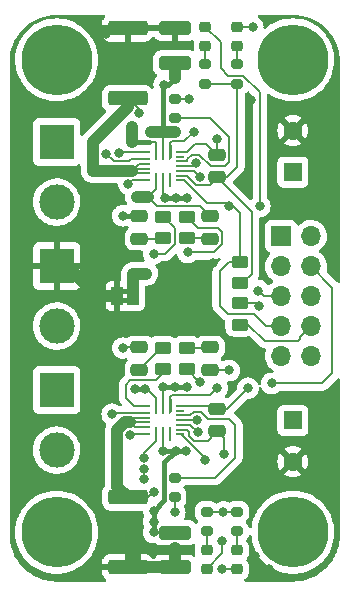
<source format=gbr>
%TF.GenerationSoftware,KiCad,Pcbnew,(6.0.0-rc1-124-g18b4ebcc17)*%
%TF.CreationDate,2021-11-27T01:21:43+01:00*%
%TF.ProjectId,2HBR_NG,32484252-5f4e-4472-9e6b-696361645f70,1*%
%TF.SameCoordinates,Original*%
%TF.FileFunction,Copper,L1,Top*%
%TF.FilePolarity,Positive*%
%FSLAX46Y46*%
G04 Gerber Fmt 4.6, Leading zero omitted, Abs format (unit mm)*
G04 Created by KiCad (PCBNEW (6.0.0-rc1-124-g18b4ebcc17)) date 2021-11-27 01:21:43*
%MOMM*%
%LPD*%
G01*
G04 APERTURE LIST*
G04 Aperture macros list*
%AMRoundRect*
0 Rectangle with rounded corners*
0 $1 Rounding radius*
0 $2 $3 $4 $5 $6 $7 $8 $9 X,Y pos of 4 corners*
0 Add a 4 corners polygon primitive as box body*
4,1,4,$2,$3,$4,$5,$6,$7,$8,$9,$2,$3,0*
0 Add four circle primitives for the rounded corners*
1,1,$1+$1,$2,$3*
1,1,$1+$1,$4,$5*
1,1,$1+$1,$6,$7*
1,1,$1+$1,$8,$9*
0 Add four rect primitives between the rounded corners*
20,1,$1+$1,$2,$3,$4,$5,0*
20,1,$1+$1,$4,$5,$6,$7,0*
20,1,$1+$1,$6,$7,$8,$9,0*
20,1,$1+$1,$8,$9,$2,$3,0*%
G04 Aperture macros list end*
%TA.AperFunction,EtchedComponent*%
%ADD10C,0.100000*%
%TD*%
%TA.AperFunction,SMDPad,CuDef*%
%ADD11RoundRect,0.200000X0.275000X-0.200000X0.275000X0.200000X-0.275000X0.200000X-0.275000X-0.200000X0*%
%TD*%
%TA.AperFunction,SMDPad,CuDef*%
%ADD12RoundRect,0.218750X-0.256250X0.218750X-0.256250X-0.218750X0.256250X-0.218750X0.256250X0.218750X0*%
%TD*%
%TA.AperFunction,SMDPad,CuDef*%
%ADD13RoundRect,0.250000X-0.450000X0.262500X-0.450000X-0.262500X0.450000X-0.262500X0.450000X0.262500X0*%
%TD*%
%TA.AperFunction,SMDPad,CuDef*%
%ADD14RoundRect,0.250000X-1.425000X0.362500X-1.425000X-0.362500X1.425000X-0.362500X1.425000X0.362500X0*%
%TD*%
%TA.AperFunction,SMDPad,CuDef*%
%ADD15RoundRect,0.250000X0.475000X-0.250000X0.475000X0.250000X-0.475000X0.250000X-0.475000X-0.250000X0*%
%TD*%
%TA.AperFunction,SMDPad,CuDef*%
%ADD16RoundRect,0.250000X-0.475000X0.250000X-0.475000X-0.250000X0.475000X-0.250000X0.475000X0.250000X0*%
%TD*%
%TA.AperFunction,ComponentPad*%
%ADD17R,1.600000X1.600000*%
%TD*%
%TA.AperFunction,ComponentPad*%
%ADD18C,1.600000*%
%TD*%
%TA.AperFunction,SMDPad,CuDef*%
%ADD19RoundRect,0.250000X0.450000X-0.262500X0.450000X0.262500X-0.450000X0.262500X-0.450000X-0.262500X0*%
%TD*%
%TA.AperFunction,SMDPad,CuDef*%
%ADD20RoundRect,0.250000X1.100000X-0.325000X1.100000X0.325000X-1.100000X0.325000X-1.100000X-0.325000X0*%
%TD*%
%TA.AperFunction,SMDPad,CuDef*%
%ADD21R,0.127000X0.127000*%
%TD*%
%TA.AperFunction,SMDPad,CuDef*%
%ADD22R,0.200000X1.300000*%
%TD*%
%TA.AperFunction,SMDPad,CuDef*%
%ADD23R,0.700000X0.200000*%
%TD*%
%TA.AperFunction,SMDPad,CuDef*%
%ADD24RoundRect,0.250000X1.425000X-0.362500X1.425000X0.362500X-1.425000X0.362500X-1.425000X-0.362500X0*%
%TD*%
%TA.AperFunction,ComponentPad*%
%ADD25R,3.000000X3.000000*%
%TD*%
%TA.AperFunction,ComponentPad*%
%ADD26C,3.000000*%
%TD*%
%TA.AperFunction,ComponentPad*%
%ADD27C,0.800000*%
%TD*%
%TA.AperFunction,ComponentPad*%
%ADD28C,6.000000*%
%TD*%
%TA.AperFunction,SMDPad,CuDef*%
%ADD29RoundRect,0.250000X-1.100000X0.325000X-1.100000X-0.325000X1.100000X-0.325000X1.100000X0.325000X0*%
%TD*%
%TA.AperFunction,SMDPad,CuDef*%
%ADD30RoundRect,0.200000X-0.275000X0.200000X-0.275000X-0.200000X0.275000X-0.200000X0.275000X0.200000X0*%
%TD*%
%TA.AperFunction,ComponentPad*%
%ADD31R,1.700000X1.700000*%
%TD*%
%TA.AperFunction,ComponentPad*%
%ADD32O,1.700000X1.700000*%
%TD*%
%TA.AperFunction,SMDPad,CuDef*%
%ADD33R,1.000000X1.500000*%
%TD*%
%TA.AperFunction,SMDPad,CuDef*%
%ADD34RoundRect,0.218750X0.256250X-0.218750X0.256250X0.218750X-0.256250X0.218750X-0.256250X-0.218750X0*%
%TD*%
%TA.AperFunction,ViaPad*%
%ADD35C,0.800000*%
%TD*%
%TA.AperFunction,Conductor*%
%ADD36C,0.200000*%
%TD*%
%TA.AperFunction,Conductor*%
%ADD37C,0.400000*%
%TD*%
%TA.AperFunction,Conductor*%
%ADD38C,1.000000*%
%TD*%
G04 APERTURE END LIST*
D10*
%TO.C,U1*%
X159699999Y-68250000D02*
X159549999Y-68400000D01*
X159549999Y-68400000D02*
X159499999Y-68400000D01*
X159499999Y-68400000D02*
X159499999Y-67200000D01*
X159499999Y-67200000D02*
X159699999Y-67200000D01*
X159699999Y-67200000D02*
X159699999Y-68250000D01*
G36*
X159699999Y-68250000D02*
G01*
X159549999Y-68400000D01*
X159499999Y-68400000D01*
X159499999Y-67200000D01*
X159699999Y-67200000D01*
X159699999Y-68250000D01*
G37*
X159699999Y-68250000D02*
X159549999Y-68400000D01*
X159499999Y-68400000D01*
X159499999Y-67200000D01*
X159699999Y-67200000D01*
X159699999Y-68250000D01*
X159699999Y-68250000D02*
X159549999Y-68400000D01*
X159549999Y-68400000D02*
X159499999Y-68400000D01*
X159499999Y-68400000D02*
X159499999Y-67200000D01*
X159499999Y-67200000D02*
X159699999Y-67200000D01*
X159699999Y-67200000D02*
X159699999Y-68250000D01*
G36*
X159699999Y-68250000D02*
G01*
X159549999Y-68400000D01*
X159499999Y-68400000D01*
X159499999Y-67200000D01*
X159699999Y-67200000D01*
X159699999Y-68250000D01*
G37*
X159699999Y-68250000D02*
X159549999Y-68400000D01*
X159499999Y-68400000D01*
X159499999Y-67200000D01*
X159699999Y-67200000D01*
X159699999Y-68250000D01*
%TO.C,U2*%
X159699999Y-89750000D02*
X159549999Y-89900000D01*
X159549999Y-89900000D02*
X159499999Y-89900000D01*
X159499999Y-89900000D02*
X159499999Y-88700000D01*
X159499999Y-88700000D02*
X159699999Y-88700000D01*
X159699999Y-88700000D02*
X159699999Y-89750000D01*
G36*
X159699999Y-89750000D02*
G01*
X159549999Y-89900000D01*
X159499999Y-89900000D01*
X159499999Y-88700000D01*
X159699999Y-88700000D01*
X159699999Y-89750000D01*
G37*
X159699999Y-89750000D02*
X159549999Y-89900000D01*
X159499999Y-89900000D01*
X159499999Y-88700000D01*
X159699999Y-88700000D01*
X159699999Y-89750000D01*
X159699999Y-89750000D02*
X159549999Y-89900000D01*
X159549999Y-89900000D02*
X159499999Y-89900000D01*
X159499999Y-89900000D02*
X159499999Y-88700000D01*
X159499999Y-88700000D02*
X159699999Y-88700000D01*
X159699999Y-88700000D02*
X159699999Y-89750000D01*
G36*
X159699999Y-89750000D02*
G01*
X159549999Y-89900000D01*
X159499999Y-89900000D01*
X159499999Y-88700000D01*
X159699999Y-88700000D01*
X159699999Y-89750000D01*
G37*
X159699999Y-89750000D02*
X159549999Y-89900000D01*
X159499999Y-89900000D01*
X159499999Y-88700000D01*
X159699999Y-88700000D01*
X159699999Y-89750000D01*
%TO.C,JP1*%
G36*
X156050000Y-80600000D02*
G01*
X155550000Y-80600000D01*
X155550000Y-80200000D01*
X156050000Y-80200000D01*
X156050000Y-80600000D01*
G37*
G36*
X156050000Y-79800000D02*
G01*
X155550000Y-79800000D01*
X155550000Y-79400000D01*
X156050000Y-79400000D01*
X156050000Y-79800000D01*
G37*
%TD*%
D11*
%TO.P,R13,1*%
%TO.N,U1-ISET*%
X160000000Y-64925000D03*
%TO.P,R13,2*%
%TO.N,GNDA*%
X160000000Y-63275000D03*
%TD*%
D12*
%TO.P,D4,1,K*%
%TO.N,GNDA*%
X165300000Y-57212500D03*
%TO.P,D4,2,A*%
%TO.N,Net-(R9-Pad2)*%
X165300000Y-58787500D03*
%TD*%
D13*
%TO.P,R1,1*%
%TO.N,Net-(R1-Pad1)*%
X159000000Y-73267501D03*
%TO.P,R1,2*%
%TO.N,Net-(R1-Pad2)*%
X159000000Y-75092501D03*
%TD*%
%TO.P,R6,1*%
%TO.N,U2-VCC*%
X165500000Y-80587500D03*
%TO.P,R6,2*%
%TO.N,U2-nFault*%
X165500000Y-82412500D03*
%TD*%
D14*
%TO.P,R7,1*%
%TO.N,U2-IFB*%
X156000000Y-97037500D03*
%TO.P,R7,2*%
%TO.N,GND*%
X156000000Y-102962500D03*
%TD*%
D15*
%TO.P,C4,1*%
%TO.N,U2-OUT1*%
X163000000Y-86250000D03*
%TO.P,C4,2*%
%TO.N,Net-(C4-Pad2)*%
X163000000Y-84350000D03*
%TD*%
D16*
%TO.P,C5,1*%
%TO.N,GNDA*%
X163600000Y-68050000D03*
%TO.P,C5,2*%
%TO.N,U1-VCC*%
X163600000Y-69950000D03*
%TD*%
D17*
%TO.P,C8,1*%
%TO.N,VIN*%
X170000001Y-69500000D03*
D18*
%TO.P,C8,2*%
%TO.N,GND*%
X170000001Y-66000000D03*
%TD*%
D19*
%TO.P,R4,1*%
%TO.N,Net-(R4-Pad1)*%
X161000000Y-86212500D03*
%TO.P,R4,2*%
%TO.N,Net-(C4-Pad2)*%
X161000000Y-84387500D03*
%TD*%
D20*
%TO.P,C10,1*%
%TO.N,VIN*%
X160000000Y-60275000D03*
%TO.P,C10,2*%
%TO.N,GND*%
X160000000Y-57325000D03*
%TD*%
D21*
%TO.P,U1,1,IFB*%
%TO.N,U1-IFB*%
X159599999Y-67850000D03*
D22*
%TO.P,U1,2,VIN*%
%TO.N,VIN*%
X159000000Y-67850000D03*
%TO.P,U1,3,OUT2*%
%TO.N,U1-OUT2*%
X158400001Y-67850000D03*
D23*
%TO.P,U1,4,BST2*%
%TO.N,Net-(R1-Pad1)*%
X157550000Y-67800000D03*
%TO.P,U1,5,EN*%
%TO.N,U1-EN*%
X157550000Y-68399999D03*
%TO.P,U1,6,LSS*%
%TO.N,U1-IFB*%
X157550000Y-68800001D03*
%TO.P,U1,7,LSS*%
X157550000Y-69200000D03*
%TO.P,U1,8,LSS*%
X157550000Y-69599999D03*
%TO.P,U1,9,BST1*%
%TO.N,Net-(R3-Pad1)*%
X157550000Y-70200001D03*
D22*
%TO.P,U1,10,OUT1*%
%TO.N,U1-OUT1*%
X158400001Y-70150000D03*
%TO.P,U1,11,VIN*%
%TO.N,VIN*%
X159000000Y-70150000D03*
%TO.P,U1,12,NC*%
%TO.N,unconnected-(U1-Pad12)*%
X159599999Y-70150000D03*
D23*
%TO.P,U1,13,NFAULT*%
%TO.N,U1-nFault*%
X160450000Y-70200000D03*
%TO.P,U1,14,VCC*%
%TO.N,U1-VCC*%
X160450000Y-69800001D03*
%TO.P,U1,15,IN1*%
%TO.N,U1-IN1*%
X160450000Y-69399999D03*
%TO.P,U1,16,IN2*%
%TO.N,U1-IN2*%
X160450000Y-69000000D03*
%TO.P,U1,17,ISET*%
%TO.N,U1-ISET*%
X160450000Y-68600001D03*
%TO.P,U1,18,NC*%
%TO.N,unconnected-(U1-Pad18)*%
X160450000Y-68199999D03*
%TO.P,U1,19,AGND*%
%TO.N,GNDA*%
X160450000Y-67800000D03*
%TD*%
D24*
%TO.P,R8,1*%
%TO.N,U1-IFB*%
X156000000Y-63262500D03*
%TO.P,R8,2*%
%TO.N,GND*%
X156000000Y-57337500D03*
%TD*%
D25*
%TO.P,J3,1,Pin_1*%
%TO.N,U2-OUT1*%
X150000000Y-87960000D03*
D26*
%TO.P,J3,2,Pin_2*%
%TO.N,U2-OUT2*%
X150000000Y-93040000D03*
%TD*%
D25*
%TO.P,J1,1,Pin_1*%
%TO.N,GND*%
X150000000Y-77460000D03*
D26*
%TO.P,J1,2,Pin_2*%
%TO.N,VIN*%
X150000000Y-82540000D03*
%TD*%
D11*
%TO.P,R10,1*%
%TO.N,U1-VCC*%
X162600000Y-62025000D03*
%TO.P,R10,2*%
%TO.N,Net-(D2-Pad2)*%
X162600000Y-60375000D03*
%TD*%
D16*
%TO.P,C3,1*%
%TO.N,U1-OUT1*%
X163000001Y-73230001D03*
%TO.P,C3,2*%
%TO.N,Net-(C3-Pad2)*%
X163000001Y-75130001D03*
%TD*%
D27*
%TO.P,H4,1,1*%
%TO.N,unconnected-(H4-Pad1)*%
X148409010Y-98409010D03*
X150000000Y-102250000D03*
X150000000Y-97750000D03*
D28*
X150000000Y-100000000D03*
D27*
X152250000Y-100000000D03*
X151590990Y-98409010D03*
X148409010Y-101590990D03*
X147750000Y-100000000D03*
X151590990Y-101590990D03*
%TD*%
D29*
%TO.P,C7,1*%
%TO.N,VIN*%
X160000000Y-100025000D03*
%TO.P,C7,2*%
%TO.N,GND*%
X160000000Y-102975000D03*
%TD*%
D13*
%TO.P,R3,1*%
%TO.N,Net-(R3-Pad1)*%
X161000000Y-73267501D03*
%TO.P,R3,2*%
%TO.N,Net-(C3-Pad2)*%
X161000000Y-75092501D03*
%TD*%
D16*
%TO.P,C6,1*%
%TO.N,GNDA*%
X163600000Y-89550000D03*
%TO.P,C6,2*%
%TO.N,U2-VCC*%
X163600000Y-91450000D03*
%TD*%
D27*
%TO.P,H3,1,1*%
%TO.N,unconnected-(H3-Pad1)*%
X148409010Y-58409010D03*
X147750000Y-60000000D03*
X152250000Y-60000000D03*
X151590990Y-58409010D03*
X150000000Y-57750000D03*
X148409010Y-61590990D03*
D28*
X150000000Y-60000000D03*
D27*
X151590990Y-61590990D03*
X150000000Y-62250000D03*
%TD*%
D12*
%TO.P,D2,1,K*%
%TO.N,U1-nFault*%
X162600000Y-57212500D03*
%TO.P,D2,2,A*%
%TO.N,Net-(D2-Pad2)*%
X162600000Y-58787500D03*
%TD*%
D30*
%TO.P,R11,1*%
%TO.N,U2-VCC*%
X165300000Y-98275000D03*
%TO.P,R11,2*%
%TO.N,Net-(D3-Pad2)*%
X165300000Y-99925000D03*
%TD*%
D21*
%TO.P,U2,1,IFB*%
%TO.N,U2-IFB*%
X159599999Y-89350000D03*
D22*
%TO.P,U2,2,VIN*%
%TO.N,VIN*%
X159000000Y-89350000D03*
%TO.P,U2,3,OUT2*%
%TO.N,U2-OUT2*%
X158400001Y-89350000D03*
D23*
%TO.P,U2,4,BST2*%
%TO.N,Net-(U2-Pad4)*%
X157550000Y-89300000D03*
%TO.P,U2,5,EN*%
%TO.N,U2-EN*%
X157550000Y-89899999D03*
%TO.P,U2,6,LSS*%
%TO.N,U2-IFB*%
X157550000Y-90300001D03*
%TO.P,U2,7,LSS*%
X157550000Y-90700000D03*
%TO.P,U2,8,LSS*%
X157550000Y-91099999D03*
%TO.P,U2,9,BST1*%
%TO.N,Net-(R4-Pad1)*%
X157550000Y-91700001D03*
D22*
%TO.P,U2,10,OUT1*%
%TO.N,U2-OUT1*%
X158400001Y-91650000D03*
%TO.P,U2,11,VIN*%
%TO.N,VIN*%
X159000000Y-91650000D03*
%TO.P,U2,12,NC*%
%TO.N,unconnected-(U2-Pad12)*%
X159599999Y-91650000D03*
D23*
%TO.P,U2,13,NFAULT*%
%TO.N,U2-nFault*%
X160450000Y-91700000D03*
%TO.P,U2,14,VCC*%
%TO.N,U2-VCC*%
X160450000Y-91300001D03*
%TO.P,U2,15,IN1*%
%TO.N,U2-IN1*%
X160450000Y-90899999D03*
%TO.P,U2,16,IN2*%
%TO.N,U2-IN2*%
X160450000Y-90500000D03*
%TO.P,U2,17,ISET*%
%TO.N,U2-ISET*%
X160450000Y-90100001D03*
%TO.P,U2,18,NC*%
%TO.N,unconnected-(U2-Pad18)*%
X160450000Y-89699999D03*
%TO.P,U2,19,AGND*%
%TO.N,GNDA*%
X160450000Y-89300000D03*
%TD*%
D30*
%TO.P,R14,1*%
%TO.N,U2-ISET*%
X160000000Y-95375000D03*
%TO.P,R14,2*%
%TO.N,GNDA*%
X160000000Y-97025000D03*
%TD*%
D31*
%TO.P,J4,1,Pin_1*%
%TO.N,U1-IN2*%
X169000000Y-74925000D03*
D32*
%TO.P,J4,2,Pin_2*%
%TO.N,U2-IN2*%
X171540000Y-74925000D03*
%TO.P,J4,3,Pin_3*%
%TO.N,U1-IN1*%
X169000000Y-77465000D03*
%TO.P,J4,4,Pin_4*%
%TO.N,U2-IN1*%
X171540000Y-77465000D03*
%TO.P,J4,5,Pin_5*%
%TO.N,U1-EN*%
X169000000Y-80005000D03*
%TO.P,J4,6,Pin_6*%
%TO.N,U2-EN*%
X171540000Y-80005000D03*
%TO.P,J4,7,Pin_7*%
%TO.N,U1-nFault*%
X169000000Y-82545000D03*
%TO.P,J4,8,Pin_8*%
%TO.N,U2-nFault*%
X171540000Y-82545000D03*
%TO.P,J4,9,Pin_9*%
%TO.N,GNDA*%
X169000000Y-85085000D03*
%TO.P,J4,10,Pin_10*%
X171540000Y-85085000D03*
%TD*%
D19*
%TO.P,R5,1*%
%TO.N,U1-VCC*%
X165500000Y-78912500D03*
%TO.P,R5,2*%
%TO.N,U1-nFault*%
X165500000Y-77087500D03*
%TD*%
D11*
%TO.P,R9,1*%
%TO.N,U1-VCC*%
X165300000Y-62025000D03*
%TO.P,R9,2*%
%TO.N,Net-(R9-Pad2)*%
X165300000Y-60375000D03*
%TD*%
D17*
%TO.P,C9,1*%
%TO.N,VIN*%
X170000001Y-90527350D03*
D18*
%TO.P,C9,2*%
%TO.N,GND*%
X170000001Y-94027350D03*
%TD*%
D33*
%TO.P,JP1,1,A*%
%TO.N,GNDA*%
X156450000Y-80000000D03*
%TO.P,JP1,2,B*%
%TO.N,GND*%
X155150000Y-80000000D03*
%TD*%
D28*
%TO.P,H2,1,1*%
%TO.N,unconnected-(H2-Pad1)*%
X170000000Y-60000000D03*
D27*
X170000000Y-62250000D03*
X168409010Y-61590990D03*
X168409010Y-58409010D03*
X170000000Y-57750000D03*
X171590990Y-58409010D03*
X172250000Y-60000000D03*
X171590990Y-61590990D03*
X167750000Y-60000000D03*
%TD*%
D16*
%TO.P,C1,1*%
%TO.N,U1-OUT2*%
X157000000Y-73230001D03*
%TO.P,C1,2*%
%TO.N,Net-(R1-Pad2)*%
X157000000Y-75130001D03*
%TD*%
D25*
%TO.P,J2,1,Pin_1*%
%TO.N,U1-OUT1*%
X150000000Y-66960000D03*
D26*
%TO.P,J2,2,Pin_2*%
%TO.N,U1-OUT2*%
X150000000Y-72040000D03*
%TD*%
D34*
%TO.P,D1,1,K*%
%TO.N,U2-nFault*%
X162700000Y-103087500D03*
%TO.P,D1,2,A*%
%TO.N,Net-(D1-Pad2)*%
X162700000Y-101512500D03*
%TD*%
D19*
%TO.P,R2,1*%
%TO.N,Net-(U2-Pad4)*%
X159000000Y-86212500D03*
%TO.P,R2,2*%
%TO.N,Net-(R2-Pad2)*%
X159000000Y-84387500D03*
%TD*%
D34*
%TO.P,D3,1,K*%
%TO.N,GNDA*%
X165300000Y-103087500D03*
%TO.P,D3,2,A*%
%TO.N,Net-(D3-Pad2)*%
X165300000Y-101512500D03*
%TD*%
D15*
%TO.P,C2,1*%
%TO.N,Net-(R2-Pad2)*%
X157000000Y-86250000D03*
%TO.P,C2,2*%
%TO.N,U2-OUT2*%
X157000000Y-84350000D03*
%TD*%
D30*
%TO.P,R12,1*%
%TO.N,U2-VCC*%
X162700000Y-98275000D03*
%TO.P,R12,2*%
%TO.N,Net-(D1-Pad2)*%
X162700000Y-99925000D03*
%TD*%
D27*
%TO.P,H1,1,1*%
%TO.N,unconnected-(H1-Pad1)*%
X172250000Y-100000000D03*
X170000000Y-102250000D03*
X168409010Y-101590990D03*
X171590990Y-101590990D03*
X171590990Y-98409010D03*
X168409010Y-98409010D03*
X170000000Y-97750000D03*
X167750000Y-100000000D03*
D28*
X170000000Y-100000000D03*
%TD*%
D35*
%TO.N,U1-OUT2*%
X155600000Y-73200000D03*
X156400000Y-65700000D03*
X156400000Y-66991999D03*
%TO.N,U2-OUT2*%
X157500000Y-87900000D03*
X155600000Y-84400000D03*
X156600000Y-87900000D03*
%TO.N,U1-OUT1*%
X156800000Y-71600000D03*
X157700000Y-71600000D03*
%TO.N,U2-OUT1*%
X164600000Y-86300000D03*
X157400000Y-93700000D03*
X157400000Y-95500000D03*
X157400000Y-94600000D03*
%TO.N,GNDA*%
X163600000Y-66700000D03*
X157600000Y-78100000D03*
X164000000Y-103080000D03*
X156500000Y-78100000D03*
X166600000Y-57200000D03*
X166200000Y-87800000D03*
X160000000Y-98300000D03*
X161200000Y-63300000D03*
%TO.N,Net-(R4-Pad1)*%
X162122919Y-87288898D03*
X156200000Y-91800000D03*
%TO.N,VIN*%
X158980000Y-93090000D03*
X158200000Y-100000000D03*
X158200000Y-99100000D03*
X160000000Y-66100000D03*
X159000000Y-87700000D03*
X159000000Y-66100000D03*
X161000000Y-87700000D03*
X159100000Y-62100000D03*
X159200000Y-71700500D03*
X160981770Y-93118230D03*
X160000000Y-61500000D03*
X158200000Y-98200000D03*
X160070000Y-93120000D03*
X161000000Y-71700500D03*
X160100000Y-71700500D03*
X158000000Y-66100500D03*
X160000000Y-87700000D03*
%TO.N,GND*%
X152600000Y-86200000D03*
X152600000Y-76600000D03*
X172500000Y-69460000D03*
X160010000Y-101370000D03*
X157430000Y-82740000D03*
X147190000Y-72215000D03*
X152600000Y-88340000D03*
X172980000Y-72560000D03*
X152600000Y-74600000D03*
X167970000Y-103070000D03*
X147190000Y-64220000D03*
X153400000Y-101800000D03*
X153000000Y-103200000D03*
X147190000Y-85200000D03*
X147190000Y-96200000D03*
X163210000Y-77240000D03*
X147190000Y-69550000D03*
X147190000Y-77545000D03*
X147190000Y-82875000D03*
X155080000Y-101380000D03*
X152600000Y-72600000D03*
X147190000Y-66885000D03*
X156670000Y-99500000D03*
X158970000Y-79990000D03*
X147190000Y-93535000D03*
X161280000Y-79930000D03*
X147190000Y-80210000D03*
X147190000Y-74880000D03*
X147190000Y-90870000D03*
X154170000Y-57810000D03*
X160000000Y-58700000D03*
X160255000Y-82740000D03*
X155090000Y-99430000D03*
X163080000Y-82740000D03*
X166800000Y-102000000D03*
X156650000Y-101400000D03*
X147190000Y-88205000D03*
X152600000Y-63750000D03*
X172040000Y-63390000D03*
X156000000Y-58800000D03*
X152600000Y-84160000D03*
X166480000Y-63390000D03*
%TO.N,Net-(R1-Pad1)*%
X155300000Y-67900000D03*
X158200000Y-76400000D03*
%TO.N,Net-(R3-Pad1)*%
X156076898Y-70499500D03*
X161100000Y-76300000D03*
%TO.N,U1-nFault*%
X164600000Y-72400000D03*
X167200000Y-72400000D03*
%TO.N,U2-nFault*%
X164020000Y-100700000D03*
X162600000Y-93900000D03*
%TO.N,U2-IFB*%
X163600000Y-87800000D03*
X158200000Y-96600000D03*
%TO.N,U1-EN*%
X167070000Y-79530000D03*
X154210000Y-67940000D03*
%TO.N,U1-IN1*%
X162100000Y-69900000D03*
%TO.N,U1-IN2*%
X161771140Y-68721757D03*
%TO.N,U2-IN1*%
X168200000Y-87400000D03*
X161935156Y-91528134D03*
%TO.N,U2-IN2*%
X161899999Y-90499999D03*
%TO.N,U2-EN*%
X154700000Y-90000000D03*
%TO.N,U1-IFB*%
X161600000Y-66100000D03*
X156930000Y-64500000D03*
%TO.N,U2-VCC*%
X164200000Y-93400000D03*
X164125000Y-98275000D03*
X167100000Y-80800000D03*
%TD*%
D36*
%TO.N,U1-OUT2*%
X158400001Y-66991999D02*
X156400000Y-66991999D01*
D37*
X156969999Y-73200000D02*
X157000000Y-73230001D01*
X155600000Y-73200000D02*
X156969999Y-73200000D01*
D36*
X158400001Y-67850000D02*
X158400001Y-66991999D01*
D37*
X156400000Y-66991999D02*
X157858001Y-66991999D01*
D36*
X158400001Y-66991999D02*
X157691999Y-66991999D01*
D38*
X156400000Y-65700000D02*
X156400000Y-66991999D01*
D36*
%TO.N,Net-(R1-Pad2)*%
X158962500Y-75130001D02*
X159000000Y-75092501D01*
X157000000Y-75130001D02*
X158962500Y-75130001D01*
%TO.N,Net-(R2-Pad2)*%
X158862500Y-84387500D02*
X159000000Y-84387500D01*
X157000000Y-86250000D02*
X158862500Y-84387500D01*
%TO.N,U2-OUT2*%
X157660000Y-87900000D02*
X157500000Y-87900000D01*
X158400001Y-88640001D02*
X157660000Y-87900000D01*
X158400001Y-89350000D02*
X158400001Y-88640001D01*
X157000000Y-84350000D02*
X155650000Y-84350000D01*
X155650000Y-84350000D02*
X155600000Y-84400000D01*
D37*
X156600000Y-87900000D02*
X157500000Y-87900000D01*
D36*
%TO.N,U1-OUT1*%
X162170000Y-72400000D02*
X163000001Y-73230001D01*
X158500000Y-72400000D02*
X162170000Y-72400000D01*
X158400001Y-70899999D02*
X157700000Y-71600000D01*
D38*
X157700000Y-71600000D02*
X156800000Y-71600000D01*
D36*
X158400001Y-70150000D02*
X158400001Y-70899999D01*
X157700000Y-71600000D02*
X158500000Y-72400000D01*
%TO.N,Net-(C3-Pad2)*%
X162962501Y-75092501D02*
X163000001Y-75130001D01*
X161000000Y-75092501D02*
X162962501Y-75092501D01*
%TO.N,U2-OUT1*%
X163000000Y-86250000D02*
X164550000Y-86250000D01*
X158400001Y-91650000D02*
X158400001Y-92299999D01*
X157400000Y-93300000D02*
X157400000Y-93700000D01*
X158400001Y-92299999D02*
X158000000Y-92700000D01*
X164550000Y-86250000D02*
X164600000Y-86300000D01*
X158000000Y-92700000D02*
X157400000Y-93300000D01*
%TO.N,Net-(C4-Pad2)*%
X162962500Y-84387500D02*
X163000000Y-84350000D01*
X161000000Y-84387500D02*
X162962500Y-84387500D01*
%TO.N,GNDA*%
X163350000Y-89300000D02*
X163600000Y-89550000D01*
X161020000Y-67800000D02*
X161690000Y-67130000D01*
X162680000Y-67130000D02*
X163600000Y-68050000D01*
X164007500Y-103087500D02*
X164000000Y-103080000D01*
X160450000Y-67800000D02*
X161020000Y-67800000D01*
X163600000Y-68050000D02*
X163600000Y-66700000D01*
X160000000Y-98300000D02*
X160000000Y-97025000D01*
D38*
X156500000Y-78100000D02*
X157600000Y-78100000D01*
D36*
X160000000Y-63275000D02*
X161175000Y-63275000D01*
D38*
X156450000Y-80000000D02*
X156450000Y-78150000D01*
X156450000Y-78150000D02*
X156500000Y-78100000D01*
D36*
X164450000Y-89550000D02*
X166200000Y-87800000D01*
X165300000Y-103087500D02*
X164007500Y-103087500D01*
X161175000Y-63275000D02*
X161200000Y-63300000D01*
X166600000Y-57200000D02*
X165312500Y-57200000D01*
X161690000Y-67130000D02*
X162680000Y-67130000D01*
X165312500Y-57200000D02*
X165300000Y-57212500D01*
X163600000Y-89550000D02*
X164450000Y-89550000D01*
X160450000Y-89300000D02*
X163350000Y-89300000D01*
%TO.N,Net-(R4-Pad1)*%
X161000000Y-86212500D02*
X162076398Y-87288898D01*
X162076398Y-87288898D02*
X162122919Y-87288898D01*
X156299999Y-91700001D02*
X156200000Y-91800000D01*
X157550000Y-91700001D02*
X156299999Y-91700001D01*
D37*
%TO.N,VIN*%
X159400000Y-62100000D02*
X160000000Y-61500000D01*
D36*
X159000000Y-67850000D02*
X159000000Y-66100000D01*
X158225000Y-100025000D02*
X158200000Y-100000000D01*
D38*
X159000000Y-66100000D02*
X160000000Y-66100000D01*
D37*
X159125480Y-94064520D02*
X159125480Y-97274520D01*
X159100000Y-62100000D02*
X159400000Y-62100000D01*
D36*
X160100000Y-71700500D02*
X161000000Y-71700500D01*
D37*
X159000000Y-87700000D02*
X161000000Y-87700000D01*
D36*
X159000000Y-71500500D02*
X159200000Y-71700500D01*
D37*
X159000000Y-62000000D02*
X159000000Y-66100000D01*
D36*
X159000000Y-70150000D02*
X159000000Y-71500500D01*
D37*
X159200000Y-71700500D02*
X161000000Y-71700500D01*
D38*
X158000000Y-66100500D02*
X158999500Y-66100500D01*
D36*
X159000000Y-91650000D02*
X159000000Y-93070000D01*
X159000000Y-89350000D02*
X159000000Y-88000000D01*
D37*
X160953540Y-93090000D02*
X160981770Y-93118230D01*
D36*
X159000000Y-87700000D02*
X160000000Y-87700000D01*
D38*
X160000000Y-60275000D02*
X160000000Y-61500000D01*
X158999500Y-66100500D02*
X159000000Y-66100000D01*
D36*
X158200000Y-99100000D02*
X158200000Y-98200000D01*
D37*
X158980000Y-93090000D02*
X160953540Y-93090000D01*
X160070000Y-93120000D02*
X159125480Y-94064520D01*
D36*
X160000000Y-100025000D02*
X158225000Y-100025000D01*
D37*
X159125480Y-97274520D02*
X158200000Y-98200000D01*
D36*
X159000000Y-93070000D02*
X158980000Y-93090000D01*
D37*
X158200000Y-100000000D02*
X158200000Y-98200000D01*
D38*
%TO.N,GND*%
X159987500Y-102962500D02*
X160000000Y-102975000D01*
X156000000Y-102962500D02*
X159987500Y-102962500D01*
D37*
X155100000Y-101400000D02*
X155080000Y-101380000D01*
X160000000Y-58700000D02*
X160000000Y-57325000D01*
D38*
X156000000Y-102962500D02*
X156650000Y-102312500D01*
X156650000Y-102312500D02*
X156650000Y-101400000D01*
X159987500Y-57337500D02*
X160000000Y-57325000D01*
X160000000Y-102975000D02*
X160000000Y-101380000D01*
D37*
X156000000Y-57337500D02*
X159987500Y-57337500D01*
D38*
X153400000Y-80000000D02*
X155150000Y-80000000D01*
X150860000Y-77460000D02*
X153400000Y-80000000D01*
X150000000Y-77460000D02*
X150860000Y-77460000D01*
X160000000Y-101380000D02*
X160010000Y-101370000D01*
D37*
X156650000Y-101400000D02*
X155100000Y-101400000D01*
X156000000Y-57337500D02*
X156000000Y-58800000D01*
D36*
%TO.N,Net-(U2-Pad4)*%
X156550000Y-89300000D02*
X155860000Y-88610000D01*
X155860000Y-87486900D02*
X156246900Y-87100000D01*
X155860000Y-88610000D02*
X155860000Y-87486900D01*
X158430000Y-87100000D02*
X159000000Y-86530000D01*
X156246900Y-87100000D02*
X158430000Y-87100000D01*
X159000000Y-86530000D02*
X159000000Y-86212500D01*
X157550000Y-89300000D02*
X156550000Y-89300000D01*
%TO.N,Net-(R1-Pad1)*%
X157550000Y-67800000D02*
X155400000Y-67800000D01*
X160000000Y-75600000D02*
X160000000Y-74267501D01*
X158200000Y-76400000D02*
X159200000Y-76400000D01*
X159200000Y-76400000D02*
X160000000Y-75600000D01*
X155400000Y-67800000D02*
X155300000Y-67900000D01*
X160000000Y-74267501D02*
X159000000Y-73267501D01*
%TO.N,Net-(R3-Pad1)*%
X161000000Y-73267501D02*
X161932499Y-74200000D01*
X163332142Y-76300000D02*
X161100000Y-76300000D01*
X164024521Y-74534521D02*
X164024521Y-75607621D01*
X161932499Y-74200000D02*
X163690000Y-74200000D01*
X157550000Y-70200001D02*
X156376397Y-70200001D01*
X156376397Y-70200001D02*
X156076898Y-70499500D01*
X164024521Y-75607621D02*
X163332142Y-76300000D01*
X163690000Y-74200000D02*
X164024521Y-74534521D01*
%TO.N,U1-nFault*%
X164525480Y-61325480D02*
X165781908Y-61325480D01*
X164650000Y-72150000D02*
X162750000Y-72150000D01*
X160800000Y-70200000D02*
X160450000Y-70200000D01*
X164650000Y-72350000D02*
X164600000Y-72400000D01*
X166700000Y-81500000D02*
X167745000Y-82545000D01*
X167200000Y-62743572D02*
X167200000Y-72400000D01*
X165781908Y-61325480D02*
X167200000Y-62743572D01*
X163800000Y-80800000D02*
X164500000Y-81500000D01*
X167745000Y-82545000D02*
X169000000Y-82545000D01*
X165500000Y-77087500D02*
X164612500Y-77087500D01*
X165500000Y-77087500D02*
X165500000Y-73000000D01*
X165500000Y-73000000D02*
X164650000Y-72150000D01*
X163900000Y-58512500D02*
X163900000Y-60700000D01*
X164500000Y-81500000D02*
X166700000Y-81500000D01*
X162750000Y-72150000D02*
X160800000Y-70200000D01*
X164612500Y-77087500D02*
X163800000Y-77900000D01*
X163900000Y-60700000D02*
X164525480Y-61325480D01*
X164650000Y-72150000D02*
X164650000Y-72350000D01*
X163800000Y-77900000D02*
X163800000Y-80800000D01*
X162600000Y-57212500D02*
X163900000Y-58512500D01*
%TO.N,U2-nFault*%
X170400000Y-83800000D02*
X170600000Y-83600000D01*
X160552783Y-91700000D02*
X162600000Y-93747217D01*
X170600000Y-83485000D02*
X171540000Y-82545000D01*
X166212500Y-82412500D02*
X167600000Y-83800000D01*
X162600000Y-93747217D02*
X162600000Y-93900000D01*
X160450000Y-91700000D02*
X160552783Y-91700000D01*
X170600000Y-83600000D02*
X170600000Y-83485000D01*
X165500000Y-82412500D02*
X166212500Y-82412500D01*
X164020000Y-101767500D02*
X164020000Y-100700000D01*
X167600000Y-83800000D02*
X170400000Y-83800000D01*
X162700000Y-103087500D02*
X164020000Y-101767500D01*
%TO.N,U2-IFB*%
X157762500Y-97037500D02*
X158200000Y-96600000D01*
X157550000Y-90700000D02*
X156200000Y-90700000D01*
X159599999Y-88570001D02*
X159760000Y-88410000D01*
D38*
X156000000Y-97037500D02*
X155100499Y-96137999D01*
D36*
X159760000Y-88410000D02*
X162990000Y-88410000D01*
X157550000Y-90300001D02*
X156599999Y-90300001D01*
X162990000Y-88410000D02*
X163600000Y-87800000D01*
X159599999Y-89350000D02*
X159599999Y-88570001D01*
X157550000Y-91099999D02*
X156599999Y-91099999D01*
D38*
X155100499Y-91344571D02*
X155745070Y-90700000D01*
D36*
X156599999Y-91099999D02*
X156200000Y-90700000D01*
X156599999Y-90300001D02*
X156200000Y-90700000D01*
D38*
X155745070Y-90700000D02*
X156200000Y-90700000D01*
D36*
X156000000Y-97037500D02*
X157762500Y-97037500D01*
D38*
X155100499Y-96137999D02*
X155100499Y-91344571D01*
D36*
%TO.N,U1-EN*%
X169000000Y-80005000D02*
X167545000Y-80005000D01*
X154870000Y-68600000D02*
X154210000Y-67940000D01*
X157550000Y-68399999D02*
X156300001Y-68399999D01*
X156100000Y-68600000D02*
X154870000Y-68600000D01*
X156300001Y-68399999D02*
X156100000Y-68600000D01*
X167545000Y-80005000D02*
X167070000Y-79530000D01*
%TO.N,U1-IN1*%
X161599999Y-69399999D02*
X162100000Y-69900000D01*
X160450000Y-69399999D02*
X161599999Y-69399999D01*
%TO.N,U1-IN2*%
X160450000Y-69000000D02*
X161492897Y-69000000D01*
X161492897Y-69000000D02*
X161771140Y-68721757D01*
%TO.N,U2-IN1*%
X171540000Y-77465000D02*
X173350000Y-79275000D01*
X173350000Y-79275000D02*
X173350000Y-86530000D01*
X160450000Y-90899999D02*
X161307021Y-90899999D01*
X173350000Y-86530000D02*
X172480000Y-87400000D01*
X161307021Y-90899999D02*
X161935156Y-91528134D01*
X172480000Y-87400000D02*
X168200000Y-87400000D01*
%TO.N,U2-IN2*%
X160450000Y-90500000D02*
X161899999Y-90499999D01*
%TO.N,U2-EN*%
X154800001Y-89899999D02*
X154700000Y-90000000D01*
X157550000Y-89899999D02*
X154800001Y-89899999D01*
%TO.N,U1-IFB*%
X159740000Y-66900000D02*
X160800000Y-66900000D01*
D38*
X156000000Y-63262500D02*
X156000000Y-64030000D01*
X156000000Y-64030000D02*
X153040000Y-66990000D01*
X153040000Y-69360000D02*
X153080000Y-69400000D01*
D36*
X156930000Y-64192500D02*
X156930000Y-64500000D01*
X157550000Y-68800001D02*
X156999999Y-68800001D01*
X156599999Y-69599999D02*
X156400000Y-69400000D01*
X157550000Y-69599999D02*
X156599999Y-69599999D01*
X157550000Y-69200000D02*
X156600000Y-69200000D01*
X156600000Y-69200000D02*
X156400000Y-69400000D01*
D38*
X153080000Y-69400000D02*
X156400000Y-69400000D01*
D36*
X156000000Y-63262500D02*
X156930000Y-64192500D01*
X159599999Y-67040001D02*
X159740000Y-66900000D01*
D38*
X153040000Y-66990000D02*
X153040000Y-69360000D01*
D36*
X160800000Y-66900000D02*
X161600000Y-66100000D01*
X159599999Y-67850000D02*
X159599999Y-67040001D01*
X156999999Y-68800001D02*
X156400000Y-69400000D01*
%TO.N,U1-VCC*%
X162950499Y-70599501D02*
X161810256Y-70599501D01*
X161810256Y-70599501D02*
X161010756Y-69800001D01*
X165500000Y-78912500D02*
X165707500Y-78912500D01*
X166499520Y-78120480D02*
X166499520Y-72849520D01*
X161010756Y-69800001D02*
X160450000Y-69800001D01*
X164390000Y-69950000D02*
X163600000Y-69950000D01*
X165707500Y-78912500D02*
X166499520Y-78120480D01*
X162600000Y-62025000D02*
X165300000Y-62025000D01*
X166499520Y-72849520D02*
X163600000Y-69950000D01*
X165300000Y-69040000D02*
X164390000Y-69950000D01*
X163600000Y-69950000D02*
X162950499Y-70599501D01*
X165300000Y-62025000D02*
X165300000Y-69040000D01*
%TO.N,U2-VCC*%
X165300000Y-98275000D02*
X164125000Y-98275000D01*
X164200000Y-92050000D02*
X164200000Y-93400000D01*
X163600000Y-91450000D02*
X164200000Y-92050000D01*
X160450000Y-91300001D02*
X161000013Y-91300001D01*
X162800499Y-92249501D02*
X163600000Y-91450000D01*
X165500000Y-80587500D02*
X166887500Y-80587500D01*
X166887500Y-80587500D02*
X167100000Y-80800000D01*
X161667278Y-92249501D02*
X162800499Y-92249501D01*
X164125000Y-98275000D02*
X162700000Y-98275000D01*
X161000013Y-91300001D02*
X161235655Y-91535643D01*
X161235655Y-91817878D02*
X161667278Y-92249501D01*
X161235655Y-91535643D02*
X161235655Y-91817878D01*
%TO.N,Net-(D1-Pad2)*%
X162700000Y-99925000D02*
X162700000Y-101512500D01*
%TO.N,Net-(D2-Pad2)*%
X162600000Y-58787500D02*
X162600000Y-60375000D01*
%TO.N,Net-(D3-Pad2)*%
X165300000Y-99925000D02*
X165300000Y-101512500D01*
%TO.N,Net-(R9-Pad2)*%
X165300000Y-58787500D02*
X165300000Y-60375000D01*
%TO.N,U1-ISET*%
X161481396Y-68022256D02*
X162070116Y-68022256D01*
X160450000Y-68600001D02*
X161010754Y-68600001D01*
X161071639Y-68432013D02*
X161481396Y-68022256D01*
X162070116Y-68022256D02*
X163047860Y-69000000D01*
X161010754Y-68600001D02*
X161071639Y-68539116D01*
X164624520Y-68665480D02*
X164624520Y-66524520D01*
X161071639Y-68539116D02*
X161071639Y-68432013D01*
X163047860Y-69000000D02*
X164290000Y-69000000D01*
X163025000Y-64925000D02*
X160000000Y-64925000D01*
X164290000Y-69000000D02*
X164624520Y-68665480D01*
X164624520Y-66524520D02*
X163025000Y-64925000D01*
%TO.N,U2-ISET*%
X162200498Y-89800498D02*
X162800000Y-90400000D01*
X161310752Y-90100001D02*
X161610255Y-89800498D01*
X160450000Y-90100001D02*
X161310752Y-90100001D01*
X164600000Y-90400000D02*
X165139501Y-90939501D01*
X161610255Y-89800498D02*
X162200498Y-89800498D01*
X165139501Y-93669744D02*
X163434245Y-95375000D01*
X165139501Y-90939501D02*
X165139501Y-93669744D01*
X162800000Y-90400000D02*
X164600000Y-90400000D01*
X163434245Y-95375000D02*
X160000000Y-95375000D01*
%TD*%
%TA.AperFunction,Conductor*%
%TO.N,GND*%
G36*
X154053858Y-56208001D02*
G01*
X154100351Y-56261657D01*
X154110455Y-56331931D01*
X154080961Y-56396511D01*
X154074910Y-56403017D01*
X153981261Y-56496829D01*
X153972249Y-56508240D01*
X153887184Y-56646243D01*
X153881037Y-56659424D01*
X153829862Y-56813710D01*
X153826995Y-56827086D01*
X153817328Y-56921438D01*
X153817000Y-56927855D01*
X153817000Y-57065385D01*
X153821475Y-57080624D01*
X153822865Y-57081829D01*
X153830548Y-57083500D01*
X158083885Y-57083500D01*
X158109073Y-57076104D01*
X158144571Y-57071000D01*
X160128000Y-57071000D01*
X160196121Y-57091002D01*
X160242614Y-57144658D01*
X160254000Y-57197000D01*
X160254000Y-58389884D01*
X160258475Y-58405123D01*
X160259865Y-58406328D01*
X160267548Y-58407999D01*
X161147095Y-58407999D01*
X161153614Y-58407662D01*
X161249206Y-58397743D01*
X161262600Y-58394851D01*
X161416784Y-58343412D01*
X161429961Y-58337239D01*
X161431422Y-58336335D01*
X161432559Y-58336022D01*
X161436583Y-58334137D01*
X161436906Y-58334826D01*
X161499874Y-58317498D01*
X161567644Y-58338660D01*
X161613214Y-58393101D01*
X161623068Y-58456322D01*
X161616500Y-58520428D01*
X161616500Y-59054572D01*
X161616837Y-59057816D01*
X161616837Y-59057824D01*
X161625864Y-59144824D01*
X161612999Y-59214645D01*
X161564428Y-59266427D01*
X161495572Y-59283729D01*
X161434419Y-59265085D01*
X161422738Y-59257885D01*
X161262254Y-59204655D01*
X161261389Y-59204368D01*
X161261387Y-59204368D01*
X161254861Y-59202203D01*
X161248025Y-59201503D01*
X161248022Y-59201502D01*
X161204969Y-59197091D01*
X161150400Y-59191500D01*
X158849600Y-59191500D01*
X158846354Y-59191837D01*
X158846350Y-59191837D01*
X158750692Y-59201762D01*
X158750688Y-59201763D01*
X158743834Y-59202474D01*
X158737298Y-59204655D01*
X158737296Y-59204655D01*
X158707353Y-59214645D01*
X158576054Y-59258450D01*
X158425652Y-59351522D01*
X158300695Y-59476697D01*
X158296855Y-59482927D01*
X158296854Y-59482928D01*
X158216454Y-59613361D01*
X158207885Y-59627262D01*
X158152203Y-59795139D01*
X158141500Y-59899600D01*
X158141500Y-60650400D01*
X158141837Y-60653646D01*
X158141837Y-60653650D01*
X158150138Y-60733648D01*
X158152474Y-60756166D01*
X158154655Y-60762702D01*
X158154655Y-60762704D01*
X158190018Y-60868699D01*
X158208450Y-60923946D01*
X158301522Y-61074348D01*
X158426697Y-61199305D01*
X158432929Y-61203147D01*
X158432931Y-61203148D01*
X158467144Y-61224238D01*
X158514637Y-61277011D01*
X158526059Y-61347082D01*
X158497785Y-61412206D01*
X158490217Y-61420066D01*
X158488747Y-61421134D01*
X158360960Y-61563056D01*
X158357659Y-61568774D01*
X158288504Y-61688554D01*
X158265473Y-61728444D01*
X158206458Y-61910072D01*
X158186496Y-62100000D01*
X158187186Y-62106565D01*
X158206458Y-62289928D01*
X158204149Y-62290171D01*
X158199551Y-62350354D01*
X158156729Y-62406982D01*
X158090089Y-62431469D01*
X158020789Y-62416041D01*
X157992693Y-62394921D01*
X157990641Y-62392872D01*
X157898303Y-62300695D01*
X157872059Y-62284518D01*
X157753968Y-62211725D01*
X157753966Y-62211724D01*
X157747738Y-62207885D01*
X157587254Y-62154655D01*
X157586389Y-62154368D01*
X157586387Y-62154368D01*
X157579861Y-62152203D01*
X157573025Y-62151503D01*
X157573022Y-62151502D01*
X157529969Y-62147091D01*
X157475400Y-62141500D01*
X154524600Y-62141500D01*
X154521354Y-62141837D01*
X154521350Y-62141837D01*
X154425692Y-62151762D01*
X154425688Y-62151763D01*
X154418834Y-62152474D01*
X154412298Y-62154655D01*
X154412296Y-62154655D01*
X154280194Y-62198728D01*
X154251054Y-62208450D01*
X154100652Y-62301522D01*
X153975695Y-62426697D01*
X153971855Y-62432927D01*
X153971854Y-62432928D01*
X153920256Y-62516636D01*
X153882885Y-62577262D01*
X153872505Y-62608558D01*
X153844774Y-62692165D01*
X153827203Y-62745139D01*
X153816500Y-62849600D01*
X153816500Y-63675400D01*
X153827474Y-63781166D01*
X153829655Y-63787702D01*
X153829655Y-63787704D01*
X153873728Y-63919806D01*
X153883450Y-63948946D01*
X153976522Y-64099348D01*
X154101697Y-64224305D01*
X154107929Y-64228147D01*
X154107931Y-64228148D01*
X154137845Y-64246588D01*
X154185338Y-64299361D01*
X154196760Y-64369432D01*
X154168486Y-64434556D01*
X154160823Y-64442942D01*
X152370621Y-66233145D01*
X152360478Y-66242247D01*
X152330975Y-66265968D01*
X152327008Y-66270696D01*
X152298709Y-66304421D01*
X152295528Y-66308069D01*
X152293885Y-66309881D01*
X152291691Y-66312075D01*
X152264358Y-66345349D01*
X152263696Y-66346147D01*
X152237331Y-66377568D01*
X152231022Y-66385087D01*
X152171912Y-66424414D01*
X152100924Y-66425540D01*
X152040597Y-66388109D01*
X152010083Y-66324004D01*
X152008500Y-66304096D01*
X152008500Y-65411866D01*
X152001745Y-65349684D01*
X151950615Y-65213295D01*
X151863261Y-65096739D01*
X151746705Y-65009385D01*
X151610316Y-64958255D01*
X151548134Y-64951500D01*
X148451866Y-64951500D01*
X148389684Y-64958255D01*
X148253295Y-65009385D01*
X148136739Y-65096739D01*
X148049385Y-65213295D01*
X147998255Y-65349684D01*
X147991500Y-65411866D01*
X147991500Y-68508134D01*
X147998255Y-68570316D01*
X148049385Y-68706705D01*
X148136739Y-68823261D01*
X148253295Y-68910615D01*
X148389684Y-68961745D01*
X148451866Y-68968500D01*
X151548134Y-68968500D01*
X151610316Y-68961745D01*
X151746705Y-68910615D01*
X151829936Y-68848237D01*
X151896441Y-68823389D01*
X151965823Y-68838442D01*
X152016054Y-68888616D01*
X152031500Y-68949063D01*
X152031500Y-69298157D01*
X152030763Y-69311764D01*
X152026676Y-69349388D01*
X152027213Y-69355523D01*
X152031050Y-69399388D01*
X152031379Y-69404214D01*
X152031500Y-69406686D01*
X152031500Y-69409769D01*
X152031801Y-69412837D01*
X152035690Y-69452506D01*
X152035812Y-69453819D01*
X152037577Y-69473987D01*
X152043913Y-69546413D01*
X152045400Y-69551532D01*
X152045920Y-69556833D01*
X152072791Y-69645834D01*
X152073126Y-69646967D01*
X152099091Y-69736336D01*
X152101544Y-69741068D01*
X152103084Y-69746169D01*
X152105978Y-69751612D01*
X152146731Y-69828260D01*
X152147343Y-69829426D01*
X152190108Y-69911926D01*
X152193431Y-69916089D01*
X152195934Y-69920796D01*
X152254755Y-69992918D01*
X152255446Y-69993774D01*
X152286738Y-70032973D01*
X152289242Y-70035477D01*
X152289884Y-70036195D01*
X152293585Y-70040528D01*
X152320935Y-70074062D01*
X152329846Y-70081434D01*
X152331744Y-70083004D01*
X152349627Y-70101139D01*
X152352100Y-70104215D01*
X152352104Y-70104219D01*
X152355968Y-70109025D01*
X152394450Y-70141315D01*
X152398062Y-70144467D01*
X152399888Y-70146123D01*
X152402075Y-70148310D01*
X152404458Y-70150267D01*
X152404463Y-70150272D01*
X152435268Y-70175576D01*
X152436252Y-70176393D01*
X152507474Y-70236154D01*
X152512147Y-70238723D01*
X152516262Y-70242103D01*
X152521691Y-70245014D01*
X152521694Y-70245016D01*
X152598180Y-70286028D01*
X152599338Y-70286657D01*
X152675388Y-70328465D01*
X152680787Y-70331433D01*
X152685865Y-70333044D01*
X152690563Y-70335563D01*
X152779498Y-70362753D01*
X152780702Y-70363128D01*
X152869306Y-70391235D01*
X152874597Y-70391828D01*
X152879698Y-70393388D01*
X152972311Y-70402795D01*
X152973431Y-70402915D01*
X153023227Y-70408500D01*
X153026756Y-70408500D01*
X153027739Y-70408555D01*
X153033426Y-70409003D01*
X153053683Y-70411060D01*
X153070336Y-70412752D01*
X153070339Y-70412752D01*
X153076463Y-70413374D01*
X153122112Y-70409059D01*
X153133969Y-70408500D01*
X155040378Y-70408500D01*
X155108499Y-70428502D01*
X155154992Y-70482158D01*
X155165688Y-70521329D01*
X155171391Y-70575588D01*
X155183356Y-70689428D01*
X155242371Y-70871056D01*
X155337858Y-71036444D01*
X155342276Y-71041351D01*
X155342277Y-71041352D01*
X155357247Y-71057978D01*
X155465645Y-71178366D01*
X155620146Y-71290618D01*
X155626174Y-71293302D01*
X155626176Y-71293303D01*
X155725925Y-71337714D01*
X155780021Y-71383694D01*
X155800670Y-71451622D01*
X155799986Y-71465991D01*
X155792084Y-71541179D01*
X155786645Y-71592925D01*
X155804570Y-71789888D01*
X155806308Y-71795794D01*
X155806309Y-71795798D01*
X155824660Y-71858148D01*
X155860410Y-71979619D01*
X155863265Y-71985080D01*
X155863267Y-71985085D01*
X155940404Y-72132634D01*
X155954238Y-72202269D01*
X155928228Y-72268330D01*
X155870632Y-72309842D01*
X155802545Y-72314256D01*
X155701944Y-72292872D01*
X155701939Y-72292872D01*
X155695487Y-72291500D01*
X155504513Y-72291500D01*
X155498061Y-72292872D01*
X155498056Y-72292872D01*
X155422065Y-72309025D01*
X155317712Y-72331206D01*
X155311682Y-72333891D01*
X155311681Y-72333891D01*
X155149278Y-72406197D01*
X155149276Y-72406198D01*
X155143248Y-72408882D01*
X154988747Y-72521134D01*
X154984326Y-72526044D01*
X154984325Y-72526045D01*
X154901809Y-72617689D01*
X154860960Y-72663056D01*
X154765473Y-72828444D01*
X154706458Y-73010072D01*
X154705768Y-73016633D01*
X154705768Y-73016635D01*
X154698819Y-73082749D01*
X154686496Y-73200000D01*
X154687186Y-73206565D01*
X154701151Y-73339431D01*
X154706458Y-73389928D01*
X154765473Y-73571556D01*
X154768776Y-73577278D01*
X154768777Y-73577279D01*
X154802023Y-73634862D01*
X154860960Y-73736944D01*
X154865378Y-73741851D01*
X154865379Y-73741852D01*
X154979050Y-73868096D01*
X154988747Y-73878866D01*
X155143248Y-73991118D01*
X155149276Y-73993802D01*
X155149278Y-73993803D01*
X155311679Y-74066108D01*
X155317712Y-74068794D01*
X155411112Y-74088647D01*
X155498056Y-74107128D01*
X155498061Y-74107128D01*
X155504513Y-74108500D01*
X155695487Y-74108500D01*
X155701939Y-74107128D01*
X155701944Y-74107128D01*
X155788888Y-74088647D01*
X155882288Y-74068794D01*
X155888315Y-74066111D01*
X155888323Y-74066108D01*
X155913413Y-74054937D01*
X155983780Y-74045503D01*
X156042755Y-74071163D01*
X156046513Y-74074131D01*
X156051697Y-74079306D01*
X156055918Y-74081908D01*
X156096418Y-74139033D01*
X156099648Y-74209956D01*
X156064022Y-74271367D01*
X156056470Y-74277923D01*
X156050652Y-74281523D01*
X155925695Y-74406698D01*
X155832885Y-74557263D01*
X155830581Y-74564210D01*
X155783047Y-74707522D01*
X155777203Y-74725140D01*
X155766500Y-74829601D01*
X155766500Y-75430401D01*
X155766837Y-75433647D01*
X155766837Y-75433651D01*
X155770621Y-75470116D01*
X155777474Y-75536167D01*
X155779655Y-75542703D01*
X155779655Y-75542705D01*
X155788008Y-75567741D01*
X155833450Y-75703947D01*
X155926522Y-75854349D01*
X156051697Y-75979306D01*
X156057927Y-75983146D01*
X156057928Y-75983147D01*
X156175441Y-76055583D01*
X156202262Y-76072116D01*
X156267966Y-76093909D01*
X156363611Y-76125633D01*
X156363613Y-76125633D01*
X156370139Y-76127798D01*
X156376975Y-76128498D01*
X156376978Y-76128499D01*
X156420031Y-76132910D01*
X156474600Y-76138501D01*
X157174043Y-76138501D01*
X157242164Y-76158503D01*
X157288657Y-76212159D01*
X157299353Y-76277671D01*
X157294987Y-76319212D01*
X157286496Y-76400000D01*
X157287186Y-76406565D01*
X157302890Y-76555976D01*
X157306458Y-76589928D01*
X157365473Y-76771556D01*
X157368776Y-76777278D01*
X157368777Y-76777279D01*
X157387450Y-76809621D01*
X157436970Y-76895391D01*
X157441074Y-76902500D01*
X157457812Y-76971495D01*
X157434592Y-77038587D01*
X157378785Y-77082474D01*
X157331955Y-77091500D01*
X156561850Y-77091500D01*
X156548242Y-77090763D01*
X156547662Y-77090700D01*
X156510612Y-77086675D01*
X156460570Y-77091053D01*
X156455788Y-77091379D01*
X156453310Y-77091500D01*
X156450231Y-77091500D01*
X156447177Y-77091799D01*
X156447166Y-77091800D01*
X156407529Y-77095687D01*
X156406215Y-77095809D01*
X156370688Y-77098917D01*
X156313587Y-77103913D01*
X156308468Y-77105400D01*
X156303167Y-77105920D01*
X156214166Y-77132791D01*
X156213033Y-77133126D01*
X156129586Y-77157370D01*
X156129582Y-77157372D01*
X156123664Y-77159091D01*
X156118932Y-77161544D01*
X156113831Y-77163084D01*
X156108388Y-77165978D01*
X156031740Y-77206731D01*
X156030574Y-77207343D01*
X156016368Y-77214707D01*
X155948074Y-77250108D01*
X155943911Y-77253431D01*
X155939204Y-77255934D01*
X155934429Y-77259828D01*
X155934428Y-77259829D01*
X155867102Y-77314739D01*
X155866075Y-77315567D01*
X155829792Y-77344531D01*
X155829787Y-77344536D01*
X155827028Y-77346738D01*
X155824527Y-77349239D01*
X155823809Y-77349881D01*
X155819461Y-77353594D01*
X155785938Y-77380935D01*
X155782010Y-77385683D01*
X155772151Y-77397600D01*
X155754025Y-77415474D01*
X155745787Y-77422098D01*
X155745782Y-77422103D01*
X155740975Y-77425968D01*
X155708709Y-77464421D01*
X155705528Y-77468069D01*
X155703885Y-77469881D01*
X155701691Y-77472075D01*
X155674358Y-77505349D01*
X155673696Y-77506147D01*
X155613846Y-77577474D01*
X155611278Y-77582144D01*
X155607897Y-77586261D01*
X155600126Y-77600754D01*
X155564023Y-77668086D01*
X155563394Y-77669245D01*
X155521538Y-77745381D01*
X155521535Y-77745389D01*
X155518567Y-77750787D01*
X155516955Y-77755869D01*
X155514438Y-77760563D01*
X155487238Y-77849531D01*
X155486918Y-77850559D01*
X155458765Y-77939306D01*
X155458171Y-77944602D01*
X155456613Y-77949698D01*
X155455990Y-77955834D01*
X155447218Y-78042187D01*
X155447089Y-78043393D01*
X155443319Y-78077008D01*
X155441998Y-78088790D01*
X155441500Y-78093227D01*
X155441500Y-78096754D01*
X155441445Y-78097739D01*
X155440998Y-78103419D01*
X155436626Y-78146462D01*
X155438575Y-78167077D01*
X155440941Y-78192109D01*
X155441500Y-78203967D01*
X155441500Y-78659521D01*
X155421498Y-78727642D01*
X155410724Y-78742034D01*
X155405671Y-78747865D01*
X155404000Y-78755548D01*
X155404000Y-81239884D01*
X155408475Y-81255123D01*
X155409865Y-81256328D01*
X155417548Y-81257999D01*
X155694669Y-81257999D01*
X155701490Y-81257629D01*
X155752349Y-81252105D01*
X155769764Y-81247965D01*
X155828058Y-81247966D01*
X155832284Y-81248971D01*
X155839684Y-81251745D01*
X155901866Y-81258500D01*
X156998134Y-81258500D01*
X157060316Y-81251745D01*
X157196705Y-81200615D01*
X157313261Y-81113261D01*
X157400615Y-80996705D01*
X157451745Y-80860316D01*
X157458500Y-80798134D01*
X157458500Y-79234500D01*
X157478502Y-79166379D01*
X157532158Y-79119886D01*
X157584500Y-79108500D01*
X157649769Y-79108500D01*
X157652825Y-79108200D01*
X157652832Y-79108200D01*
X157711340Y-79102463D01*
X157796833Y-79094080D01*
X157802734Y-79092298D01*
X157802736Y-79092298D01*
X157931571Y-79053400D01*
X157986169Y-79036916D01*
X158160796Y-78944066D01*
X158270477Y-78854612D01*
X158309287Y-78822960D01*
X158309290Y-78822957D01*
X158314062Y-78819065D01*
X158366608Y-78755548D01*
X158436201Y-78671425D01*
X158436203Y-78671421D01*
X158440130Y-78666675D01*
X158534198Y-78492701D01*
X158592682Y-78303768D01*
X158598843Y-78245150D01*
X158612711Y-78113204D01*
X158612711Y-78113202D01*
X158613355Y-78107075D01*
X158599031Y-77949682D01*
X158595989Y-77916251D01*
X158595988Y-77916248D01*
X158595430Y-77910112D01*
X158584402Y-77872639D01*
X158553150Y-77766456D01*
X158539590Y-77720381D01*
X158536255Y-77714000D01*
X158469635Y-77586571D01*
X158447960Y-77545110D01*
X158391567Y-77474971D01*
X158364471Y-77409349D01*
X158377155Y-77339495D01*
X158425591Y-77287587D01*
X158463569Y-77272773D01*
X158469902Y-77271427D01*
X158482288Y-77268794D01*
X158502424Y-77259829D01*
X158650722Y-77193803D01*
X158650724Y-77193802D01*
X158656752Y-77191118D01*
X158693978Y-77164072D01*
X158805914Y-77082745D01*
X158811253Y-77078866D01*
X158837074Y-77050189D01*
X158897520Y-77012950D01*
X158930710Y-77008500D01*
X159151864Y-77008500D01*
X159168307Y-77009578D01*
X159200000Y-77013750D01*
X159208189Y-77012672D01*
X159239874Y-77008501D01*
X159239884Y-77008500D01*
X159239885Y-77008500D01*
X159347707Y-76994305D01*
X159350664Y-76993916D01*
X159350666Y-76993915D01*
X159358851Y-76992838D01*
X159506876Y-76931524D01*
X159530040Y-76913750D01*
X159602072Y-76858477D01*
X159602075Y-76858474D01*
X159627434Y-76839015D01*
X159633987Y-76833987D01*
X159640430Y-76825590D01*
X159653452Y-76808621D01*
X159664319Y-76796230D01*
X160003232Y-76457317D01*
X160065544Y-76423291D01*
X160136359Y-76428356D01*
X160193195Y-76470903D01*
X160212159Y-76507475D01*
X160265473Y-76671556D01*
X160360960Y-76836944D01*
X160365378Y-76841851D01*
X160365379Y-76841852D01*
X160482110Y-76971495D01*
X160488747Y-76978866D01*
X160536761Y-77013750D01*
X160637133Y-77086675D01*
X160643248Y-77091118D01*
X160649276Y-77093802D01*
X160649278Y-77093803D01*
X160807106Y-77164072D01*
X160817712Y-77168794D01*
X160904479Y-77187237D01*
X160998056Y-77207128D01*
X160998061Y-77207128D01*
X161004513Y-77208500D01*
X161195487Y-77208500D01*
X161201939Y-77207128D01*
X161201944Y-77207128D01*
X161295521Y-77187237D01*
X161382288Y-77168794D01*
X161392894Y-77164072D01*
X161550722Y-77093803D01*
X161550724Y-77093802D01*
X161556752Y-77091118D01*
X161562868Y-77086675D01*
X161696465Y-76989610D01*
X161711253Y-76978866D01*
X161728743Y-76959442D01*
X161737074Y-76950189D01*
X161797520Y-76912950D01*
X161830710Y-76908500D01*
X163284006Y-76908500D01*
X163300449Y-76909578D01*
X163332142Y-76913750D01*
X163340331Y-76912672D01*
X163372016Y-76908501D01*
X163372026Y-76908500D01*
X163372027Y-76908500D01*
X163471599Y-76895391D01*
X163482806Y-76893916D01*
X163482808Y-76893915D01*
X163490993Y-76892838D01*
X163639018Y-76831524D01*
X163646752Y-76825590D01*
X163699418Y-76785177D01*
X163765638Y-76759576D01*
X163835187Y-76773840D01*
X163885983Y-76823441D01*
X163901899Y-76892631D01*
X163877882Y-76959442D01*
X163865217Y-76974234D01*
X163403766Y-77435685D01*
X163391375Y-77446552D01*
X163366013Y-77466013D01*
X163341526Y-77497925D01*
X163341523Y-77497928D01*
X163341517Y-77497936D01*
X163280485Y-77577474D01*
X163268476Y-77593124D01*
X163212425Y-77728444D01*
X163207162Y-77741150D01*
X163206084Y-77749338D01*
X163204437Y-77761846D01*
X163191500Y-77860115D01*
X163191500Y-77860120D01*
X163186250Y-77900000D01*
X163187328Y-77908188D01*
X163190422Y-77931690D01*
X163191500Y-77948136D01*
X163191500Y-80751864D01*
X163190422Y-80768307D01*
X163186250Y-80800000D01*
X163191500Y-80839880D01*
X163191500Y-80839885D01*
X163199467Y-80900400D01*
X163207162Y-80958851D01*
X163268476Y-81106876D01*
X163273503Y-81113427D01*
X163273504Y-81113429D01*
X163341520Y-81202069D01*
X163341526Y-81202075D01*
X163366013Y-81233987D01*
X163372568Y-81239017D01*
X163391379Y-81253452D01*
X163403770Y-81264319D01*
X164035685Y-81896234D01*
X164046552Y-81908625D01*
X164066013Y-81933987D01*
X164097925Y-81958474D01*
X164097928Y-81958477D01*
X164145707Y-81995139D01*
X164193125Y-82031524D01*
X164213720Y-82040055D01*
X164268999Y-82084603D01*
X164291500Y-82156463D01*
X164291500Y-82725400D01*
X164291837Y-82728646D01*
X164291837Y-82728650D01*
X164298881Y-82796533D01*
X164302474Y-82831166D01*
X164358450Y-82998946D01*
X164451522Y-83149348D01*
X164576697Y-83274305D01*
X164582927Y-83278145D01*
X164582928Y-83278146D01*
X164706583Y-83354368D01*
X164727262Y-83367115D01*
X164771627Y-83381830D01*
X164888611Y-83420632D01*
X164888613Y-83420632D01*
X164895139Y-83422797D01*
X164901975Y-83423497D01*
X164901978Y-83423498D01*
X164945031Y-83427909D01*
X164999600Y-83433500D01*
X166000400Y-83433500D01*
X166003646Y-83433163D01*
X166003650Y-83433163D01*
X166099308Y-83423238D01*
X166099312Y-83423237D01*
X166106166Y-83422526D01*
X166112702Y-83420345D01*
X166112704Y-83420345D01*
X166224092Y-83383183D01*
X166295042Y-83380599D01*
X166353063Y-83413612D01*
X167135685Y-84196234D01*
X167146552Y-84208625D01*
X167166013Y-84233987D01*
X167172563Y-84239013D01*
X167197925Y-84258474D01*
X167197928Y-84258477D01*
X167267318Y-84311722D01*
X167286570Y-84326495D01*
X167286574Y-84326497D01*
X167293125Y-84331524D01*
X167441150Y-84392838D01*
X167560115Y-84408500D01*
X167560120Y-84408500D01*
X167560129Y-84408501D01*
X167581617Y-84411330D01*
X167600000Y-84413750D01*
X167608189Y-84412672D01*
X167616445Y-84412672D01*
X167616445Y-84416167D01*
X167670698Y-84424668D01*
X167723761Y-84471835D01*
X167742901Y-84540203D01*
X167731199Y-84591660D01*
X167720688Y-84614305D01*
X167660989Y-84829570D01*
X167637251Y-85051695D01*
X167637548Y-85056848D01*
X167637548Y-85056851D01*
X167646300Y-85208635D01*
X167650110Y-85274715D01*
X167651247Y-85279761D01*
X167651248Y-85279767D01*
X167661248Y-85324137D01*
X167699222Y-85492639D01*
X167783266Y-85699616D01*
X167822142Y-85763056D01*
X167897291Y-85885688D01*
X167899987Y-85890088D01*
X168046250Y-86058938D01*
X168218126Y-86201632D01*
X168312385Y-86256712D01*
X168361109Y-86308350D01*
X168374180Y-86378133D01*
X168347449Y-86443905D01*
X168289402Y-86484784D01*
X168248815Y-86491500D01*
X168104513Y-86491500D01*
X168098061Y-86492872D01*
X168098056Y-86492872D01*
X168011112Y-86511353D01*
X167917712Y-86531206D01*
X167911682Y-86533891D01*
X167911681Y-86533891D01*
X167749278Y-86606197D01*
X167749276Y-86606198D01*
X167743248Y-86608882D01*
X167588747Y-86721134D01*
X167584326Y-86726044D01*
X167584325Y-86726045D01*
X167484533Y-86836876D01*
X167460960Y-86863056D01*
X167421114Y-86932071D01*
X167391452Y-86983448D01*
X167365473Y-87028444D01*
X167306458Y-87210072D01*
X167305768Y-87216633D01*
X167305768Y-87216635D01*
X167294860Y-87320420D01*
X167286496Y-87400000D01*
X167287186Y-87406565D01*
X167287186Y-87410516D01*
X167267184Y-87478637D01*
X167213528Y-87525130D01*
X167143254Y-87535234D01*
X167078674Y-87505740D01*
X167041353Y-87449453D01*
X167040563Y-87447020D01*
X167034527Y-87428444D01*
X166939040Y-87263056D01*
X166897243Y-87216635D01*
X166815675Y-87126045D01*
X166815674Y-87126044D01*
X166811253Y-87121134D01*
X166675800Y-87022721D01*
X166662094Y-87012763D01*
X166662093Y-87012762D01*
X166656752Y-87008882D01*
X166650724Y-87006198D01*
X166650722Y-87006197D01*
X166488319Y-86933891D01*
X166488318Y-86933891D01*
X166482288Y-86931206D01*
X166388888Y-86911353D01*
X166301944Y-86892872D01*
X166301939Y-86892872D01*
X166295487Y-86891500D01*
X166104513Y-86891500D01*
X166098061Y-86892872D01*
X166098056Y-86892872D01*
X166011112Y-86911353D01*
X165917712Y-86931206D01*
X165911682Y-86933891D01*
X165911681Y-86933891D01*
X165749278Y-87006197D01*
X165749276Y-87006198D01*
X165743248Y-87008882D01*
X165737907Y-87012762D01*
X165737906Y-87012763D01*
X165724200Y-87022721D01*
X165588747Y-87121134D01*
X165584326Y-87126044D01*
X165584325Y-87126045D01*
X165502758Y-87216635D01*
X165460960Y-87263056D01*
X165365473Y-87428444D01*
X165306458Y-87610072D01*
X165305768Y-87616633D01*
X165305768Y-87616635D01*
X165294761Y-87721363D01*
X165286496Y-87800000D01*
X165286684Y-87801786D01*
X165267184Y-87868196D01*
X165250281Y-87889170D01*
X164550754Y-88588697D01*
X164488442Y-88622723D01*
X164417627Y-88617658D01*
X164408408Y-88613796D01*
X164403969Y-88611726D01*
X164397738Y-88607885D01*
X164390794Y-88605582D01*
X164390788Y-88605579D01*
X164347618Y-88591261D01*
X164289257Y-88550831D01*
X164262020Y-88485267D01*
X164274553Y-88415385D01*
X164293647Y-88387359D01*
X164334621Y-88341852D01*
X164334622Y-88341851D01*
X164339040Y-88336944D01*
X164434527Y-88171556D01*
X164493542Y-87989928D01*
X164499681Y-87931524D01*
X164512814Y-87806565D01*
X164513504Y-87800000D01*
X164505239Y-87721363D01*
X164494232Y-87616635D01*
X164494232Y-87616633D01*
X164493542Y-87610072D01*
X164434527Y-87428444D01*
X164416662Y-87397501D01*
X164399923Y-87328506D01*
X164423143Y-87261414D01*
X164478949Y-87217526D01*
X164525780Y-87208500D01*
X164695487Y-87208500D01*
X164701939Y-87207128D01*
X164701944Y-87207128D01*
X164793559Y-87187654D01*
X164882288Y-87168794D01*
X164888319Y-87166109D01*
X165050722Y-87093803D01*
X165050724Y-87093802D01*
X165056752Y-87091118D01*
X165065399Y-87084836D01*
X165164598Y-87012763D01*
X165211253Y-86978866D01*
X165339040Y-86836944D01*
X165434527Y-86671556D01*
X165493542Y-86489928D01*
X165501388Y-86415283D01*
X165512814Y-86306565D01*
X165513504Y-86300000D01*
X165502818Y-86198327D01*
X165494232Y-86116635D01*
X165494232Y-86116633D01*
X165493542Y-86110072D01*
X165434527Y-85928444D01*
X165339040Y-85763056D01*
X165281919Y-85699616D01*
X165215675Y-85626045D01*
X165215674Y-85626044D01*
X165211253Y-85621134D01*
X165056752Y-85508882D01*
X165050724Y-85506198D01*
X165050722Y-85506197D01*
X164888319Y-85433891D01*
X164888318Y-85433891D01*
X164882288Y-85431206D01*
X164788887Y-85411353D01*
X164701944Y-85392872D01*
X164701939Y-85392872D01*
X164695487Y-85391500D01*
X164504513Y-85391500D01*
X164498061Y-85392872D01*
X164498056Y-85392872D01*
X164411112Y-85411353D01*
X164317712Y-85431206D01*
X164311685Y-85433889D01*
X164311677Y-85433892D01*
X164162416Y-85500347D01*
X164092049Y-85509781D01*
X164027752Y-85479674D01*
X164022150Y-85474413D01*
X163953484Y-85405867D01*
X163948303Y-85400695D01*
X163944084Y-85398094D01*
X163903583Y-85340970D01*
X163900351Y-85270047D01*
X163935976Y-85208635D01*
X163943530Y-85202078D01*
X163949348Y-85198478D01*
X164074305Y-85073303D01*
X164084446Y-85056851D01*
X164163275Y-84928968D01*
X164163276Y-84928966D01*
X164167115Y-84922738D01*
X164199670Y-84824588D01*
X164220632Y-84761389D01*
X164220632Y-84761387D01*
X164222797Y-84754861D01*
X164233500Y-84650400D01*
X164233500Y-84049600D01*
X164227632Y-83993043D01*
X164223238Y-83950692D01*
X164223237Y-83950688D01*
X164222526Y-83943834D01*
X164166550Y-83776054D01*
X164073478Y-83625652D01*
X163948303Y-83500695D01*
X163859457Y-83445929D01*
X163803968Y-83411725D01*
X163803966Y-83411724D01*
X163797738Y-83407885D01*
X163674820Y-83367115D01*
X163636389Y-83354368D01*
X163636387Y-83354368D01*
X163629861Y-83352203D01*
X163623025Y-83351503D01*
X163623022Y-83351502D01*
X163579969Y-83347091D01*
X163525400Y-83341500D01*
X162474600Y-83341500D01*
X162471354Y-83341837D01*
X162471350Y-83341837D01*
X162375692Y-83351762D01*
X162375688Y-83351763D01*
X162368834Y-83352474D01*
X162362298Y-83354655D01*
X162362296Y-83354655D01*
X162276788Y-83383183D01*
X162201054Y-83408450D01*
X162050652Y-83501522D01*
X162046958Y-83505223D01*
X161981944Y-83531535D01*
X161912180Y-83518363D01*
X161903377Y-83513412D01*
X161778968Y-83436725D01*
X161778966Y-83436724D01*
X161772738Y-83432885D01*
X161690419Y-83405581D01*
X161611389Y-83379368D01*
X161611387Y-83379368D01*
X161604861Y-83377203D01*
X161598025Y-83376503D01*
X161598022Y-83376502D01*
X161554969Y-83372091D01*
X161500400Y-83366500D01*
X160499600Y-83366500D01*
X160496354Y-83366837D01*
X160496350Y-83366837D01*
X160400692Y-83376762D01*
X160400688Y-83376763D01*
X160393834Y-83377474D01*
X160387298Y-83379655D01*
X160387296Y-83379655D01*
X160265334Y-83420345D01*
X160226054Y-83433450D01*
X160075652Y-83526522D01*
X160075536Y-83526638D01*
X160012457Y-83552173D01*
X159942692Y-83539004D01*
X159925749Y-83528136D01*
X159923303Y-83525695D01*
X159793899Y-83445929D01*
X159778968Y-83436725D01*
X159778966Y-83436724D01*
X159772738Y-83432885D01*
X159690419Y-83405581D01*
X159611389Y-83379368D01*
X159611387Y-83379368D01*
X159604861Y-83377203D01*
X159598025Y-83376503D01*
X159598022Y-83376502D01*
X159554969Y-83372091D01*
X159500400Y-83366500D01*
X158499600Y-83366500D01*
X158496354Y-83366837D01*
X158496350Y-83366837D01*
X158400692Y-83376762D01*
X158400688Y-83376763D01*
X158393834Y-83377474D01*
X158387298Y-83379655D01*
X158387296Y-83379655D01*
X158265334Y-83420345D01*
X158226054Y-83433450D01*
X158110593Y-83504900D01*
X158096912Y-83513366D01*
X158028460Y-83532204D01*
X157960691Y-83511043D01*
X157953262Y-83505645D01*
X157948303Y-83500695D01*
X157937058Y-83493763D01*
X157803968Y-83411725D01*
X157803966Y-83411724D01*
X157797738Y-83407885D01*
X157674820Y-83367115D01*
X157636389Y-83354368D01*
X157636387Y-83354368D01*
X157629861Y-83352203D01*
X157623025Y-83351503D01*
X157623022Y-83351502D01*
X157579969Y-83347091D01*
X157525400Y-83341500D01*
X156474600Y-83341500D01*
X156471354Y-83341837D01*
X156471350Y-83341837D01*
X156375692Y-83351762D01*
X156375688Y-83351763D01*
X156368834Y-83352474D01*
X156362298Y-83354655D01*
X156362296Y-83354655D01*
X156276788Y-83383183D01*
X156201054Y-83408450D01*
X156140489Y-83445929D01*
X156056879Y-83497668D01*
X156056876Y-83497671D01*
X156050652Y-83501522D01*
X156039572Y-83512622D01*
X155977291Y-83546702D01*
X155906471Y-83541701D01*
X155899155Y-83538716D01*
X155882288Y-83531206D01*
X155787429Y-83511043D01*
X155701944Y-83492872D01*
X155701939Y-83492872D01*
X155695487Y-83491500D01*
X155504513Y-83491500D01*
X155498061Y-83492872D01*
X155498056Y-83492872D01*
X155412571Y-83511043D01*
X155317712Y-83531206D01*
X155311682Y-83533891D01*
X155311681Y-83533891D01*
X155149278Y-83606197D01*
X155149276Y-83606198D01*
X155143248Y-83608882D01*
X155137907Y-83612762D01*
X155137906Y-83612763D01*
X155120166Y-83625652D01*
X154988747Y-83721134D01*
X154984326Y-83726044D01*
X154984325Y-83726045D01*
X154879461Y-83842509D01*
X154860960Y-83863056D01*
X154765473Y-84028444D01*
X154706458Y-84210072D01*
X154705768Y-84216633D01*
X154705768Y-84216635D01*
X154692289Y-84344883D01*
X154686496Y-84400000D01*
X154706458Y-84589928D01*
X154765473Y-84771556D01*
X154860960Y-84936944D01*
X154865378Y-84941851D01*
X154865379Y-84941852D01*
X154978128Y-85067072D01*
X154988747Y-85078866D01*
X155143248Y-85191118D01*
X155149276Y-85193802D01*
X155149278Y-85193803D01*
X155311681Y-85266109D01*
X155317712Y-85268794D01*
X155411113Y-85288647D01*
X155498056Y-85307128D01*
X155498061Y-85307128D01*
X155504513Y-85308500D01*
X155695487Y-85308500D01*
X155701939Y-85307128D01*
X155701944Y-85307128D01*
X155848772Y-85275918D01*
X155919563Y-85281320D01*
X155976195Y-85324137D01*
X156000689Y-85390774D01*
X155985268Y-85460076D01*
X155964142Y-85488183D01*
X155925695Y-85526697D01*
X155921855Y-85532927D01*
X155921854Y-85532928D01*
X155897351Y-85572680D01*
X155832885Y-85677262D01*
X155777203Y-85845139D01*
X155766500Y-85949600D01*
X155766500Y-86550400D01*
X155766837Y-86553644D01*
X155766837Y-86553652D01*
X155776237Y-86644248D01*
X155763372Y-86714069D01*
X155740005Y-86746346D01*
X155463766Y-87022585D01*
X155451375Y-87033452D01*
X155426013Y-87052913D01*
X155401526Y-87084825D01*
X155401523Y-87084828D01*
X155328476Y-87180024D01*
X155275814Y-87307162D01*
X155267162Y-87328050D01*
X155251500Y-87447015D01*
X155251500Y-87447020D01*
X155246250Y-87486900D01*
X155247328Y-87495088D01*
X155250422Y-87518590D01*
X155251500Y-87535036D01*
X155251500Y-88561864D01*
X155250422Y-88578307D01*
X155246250Y-88610000D01*
X155251500Y-88649880D01*
X155251500Y-88649885D01*
X155259597Y-88711379D01*
X155260320Y-88716873D01*
X155260320Y-88716876D01*
X155264076Y-88745405D01*
X155267162Y-88768851D01*
X155328476Y-88916876D01*
X155333503Y-88923427D01*
X155333504Y-88923429D01*
X155401520Y-89012069D01*
X155401526Y-89012075D01*
X155426013Y-89043987D01*
X155432568Y-89049017D01*
X155451379Y-89063452D01*
X155463770Y-89074319D01*
X155465855Y-89076404D01*
X155499881Y-89138716D01*
X155494816Y-89209531D01*
X155452269Y-89266367D01*
X155385749Y-89291178D01*
X155376760Y-89291499D01*
X155311404Y-89291499D01*
X155243283Y-89271497D01*
X155237343Y-89267435D01*
X155162094Y-89212763D01*
X155162093Y-89212762D01*
X155156752Y-89208882D01*
X155150724Y-89206198D01*
X155150722Y-89206197D01*
X154988319Y-89133891D01*
X154988318Y-89133891D01*
X154982288Y-89131206D01*
X154888888Y-89111353D01*
X154801944Y-89092872D01*
X154801939Y-89092872D01*
X154795487Y-89091500D01*
X154604513Y-89091500D01*
X154598061Y-89092872D01*
X154598056Y-89092872D01*
X154511112Y-89111353D01*
X154417712Y-89131206D01*
X154411682Y-89133891D01*
X154411681Y-89133891D01*
X154249278Y-89206197D01*
X154249276Y-89206198D01*
X154243248Y-89208882D01*
X154088747Y-89321134D01*
X153960960Y-89463056D01*
X153957659Y-89468774D01*
X153872061Y-89617034D01*
X153865473Y-89628444D01*
X153806458Y-89810072D01*
X153805768Y-89816633D01*
X153805768Y-89816635D01*
X153789807Y-89968500D01*
X153786496Y-90000000D01*
X153806458Y-90189928D01*
X153865473Y-90371556D01*
X153960960Y-90536944D01*
X153965378Y-90541851D01*
X153965379Y-90541852D01*
X154084325Y-90673955D01*
X154088747Y-90678866D01*
X154160963Y-90731334D01*
X154204316Y-90787557D01*
X154210391Y-90858293D01*
X154197316Y-90893971D01*
X154169066Y-90945358D01*
X154167454Y-90950440D01*
X154164937Y-90955134D01*
X154137737Y-91044102D01*
X154137417Y-91045130D01*
X154109264Y-91133877D01*
X154108670Y-91139173D01*
X154107112Y-91144269D01*
X154106489Y-91150405D01*
X154097717Y-91236758D01*
X154097588Y-91237964D01*
X154091999Y-91287798D01*
X154091999Y-91291325D01*
X154091944Y-91292310D01*
X154091497Y-91297990D01*
X154087125Y-91341033D01*
X154087705Y-91347164D01*
X154091440Y-91386680D01*
X154091999Y-91398538D01*
X154091999Y-96033064D01*
X154071997Y-96101185D01*
X154055173Y-96122080D01*
X153975695Y-96201697D01*
X153971855Y-96207927D01*
X153971854Y-96207928D01*
X153937685Y-96263361D01*
X153882885Y-96352262D01*
X153856436Y-96432005D01*
X153831916Y-96505931D01*
X153827203Y-96520139D01*
X153826503Y-96526975D01*
X153826502Y-96526978D01*
X153822817Y-96562943D01*
X153816500Y-96624600D01*
X153816500Y-97450400D01*
X153816837Y-97453646D01*
X153816837Y-97453650D01*
X153826546Y-97547220D01*
X153827474Y-97556166D01*
X153883450Y-97723946D01*
X153976522Y-97874348D01*
X154101697Y-97999305D01*
X154107927Y-98003145D01*
X154107928Y-98003146D01*
X154137297Y-98021249D01*
X154252262Y-98092115D01*
X154306401Y-98110072D01*
X154413611Y-98145632D01*
X154413613Y-98145632D01*
X154420139Y-98147797D01*
X154426975Y-98148497D01*
X154426978Y-98148498D01*
X154470031Y-98152909D01*
X154524600Y-98158500D01*
X157168683Y-98158500D01*
X157236804Y-98178502D01*
X157283297Y-98232158D01*
X157293993Y-98271330D01*
X157306458Y-98389928D01*
X157365473Y-98571556D01*
X157368776Y-98577277D01*
X157374389Y-98586998D01*
X157391128Y-98655993D01*
X157374390Y-98713000D01*
X157365473Y-98728444D01*
X157306458Y-98910072D01*
X157305768Y-98916633D01*
X157305768Y-98916635D01*
X157295860Y-99010905D01*
X157286496Y-99100000D01*
X157287186Y-99106565D01*
X157305455Y-99280382D01*
X157306458Y-99289928D01*
X157365473Y-99471556D01*
X157368776Y-99477277D01*
X157374389Y-99486998D01*
X157391128Y-99555993D01*
X157374390Y-99613000D01*
X157365473Y-99628444D01*
X157306458Y-99810072D01*
X157305768Y-99816633D01*
X157305768Y-99816635D01*
X157301700Y-99855343D01*
X157286496Y-100000000D01*
X157287186Y-100006565D01*
X157305415Y-100180001D01*
X157306458Y-100189928D01*
X157365473Y-100371556D01*
X157460960Y-100536944D01*
X157465378Y-100541851D01*
X157465379Y-100541852D01*
X157480711Y-100558880D01*
X157588747Y-100678866D01*
X157743248Y-100791118D01*
X157749276Y-100793802D01*
X157749278Y-100793803D01*
X157852920Y-100839947D01*
X157917712Y-100868794D01*
X158011112Y-100888647D01*
X158098056Y-100907128D01*
X158098061Y-100907128D01*
X158104513Y-100908500D01*
X158295487Y-100908500D01*
X158303109Y-100906880D01*
X158303798Y-100906933D01*
X158308514Y-100906437D01*
X158308605Y-100907299D01*
X158373900Y-100912278D01*
X158418331Y-100940954D01*
X158426697Y-100949305D01*
X158432927Y-100953145D01*
X158432928Y-100953146D01*
X158570090Y-101037694D01*
X158577262Y-101042115D01*
X158657005Y-101068564D01*
X158738611Y-101095632D01*
X158738613Y-101095632D01*
X158745139Y-101097797D01*
X158751975Y-101098497D01*
X158751978Y-101098498D01*
X158795031Y-101102909D01*
X158849600Y-101108500D01*
X161150400Y-101108500D01*
X161153646Y-101108163D01*
X161153650Y-101108163D01*
X161249308Y-101098238D01*
X161249312Y-101098237D01*
X161256166Y-101097526D01*
X161262702Y-101095345D01*
X161262704Y-101095345D01*
X161394806Y-101051272D01*
X161423946Y-101041550D01*
X161461348Y-101018405D01*
X161553078Y-100961641D01*
X161621530Y-100942803D01*
X161689300Y-100963964D01*
X161734871Y-101018405D01*
X161743774Y-101088841D01*
X161738973Y-101108454D01*
X161728929Y-101138733D01*
X161728927Y-101138741D01*
X161726762Y-101145269D01*
X161716500Y-101245428D01*
X161716500Y-101779572D01*
X161727022Y-101880982D01*
X161729204Y-101887523D01*
X161730659Y-101894259D01*
X161728825Y-101894655D01*
X161731073Y-101956322D01*
X161694889Y-102017406D01*
X161631426Y-102049232D01*
X161560830Y-102041694D01*
X161542848Y-102032510D01*
X161428757Y-101962184D01*
X161415576Y-101956037D01*
X161261290Y-101904862D01*
X161247914Y-101901995D01*
X161153562Y-101892328D01*
X161147145Y-101892000D01*
X160272115Y-101892000D01*
X160256876Y-101896475D01*
X160255671Y-101897865D01*
X160254000Y-101905548D01*
X160254000Y-103103000D01*
X160233998Y-103171121D01*
X160180342Y-103217614D01*
X160128000Y-103229000D01*
X158155628Y-103229000D01*
X158128428Y-103221013D01*
X158127559Y-103225007D01*
X158088452Y-103216500D01*
X153835116Y-103216500D01*
X153819877Y-103220975D01*
X153818672Y-103222365D01*
X153817001Y-103230048D01*
X153817001Y-103372095D01*
X153817338Y-103378614D01*
X153827257Y-103474206D01*
X153830149Y-103487600D01*
X153881588Y-103641784D01*
X153887761Y-103654962D01*
X153973063Y-103792807D01*
X153982099Y-103804208D01*
X154096829Y-103918739D01*
X154108243Y-103927753D01*
X154126067Y-103938740D01*
X154173561Y-103991512D01*
X154184985Y-104061583D01*
X154156711Y-104126707D01*
X154097718Y-104166207D01*
X154059952Y-104172000D01*
X150049312Y-104172000D01*
X150029927Y-104170500D01*
X150015139Y-104168197D01*
X150015135Y-104168197D01*
X150006266Y-104166816D01*
X149987101Y-104169322D01*
X149986370Y-104169418D01*
X149964212Y-104170348D01*
X149637479Y-104155242D01*
X149625890Y-104154168D01*
X149272232Y-104104834D01*
X149260792Y-104102695D01*
X149085995Y-104061583D01*
X148913195Y-104020941D01*
X148902019Y-104017761D01*
X148696251Y-103948794D01*
X148563444Y-103904281D01*
X148552592Y-103900077D01*
X148225934Y-103755844D01*
X148215516Y-103750656D01*
X147903575Y-103576906D01*
X147893680Y-103570780D01*
X147599086Y-103368978D01*
X147589798Y-103361964D01*
X147315079Y-103133840D01*
X147306479Y-103125999D01*
X147053999Y-102873519D01*
X147046158Y-102864919D01*
X146818035Y-102590200D01*
X146811021Y-102580912D01*
X146609225Y-102286326D01*
X146603099Y-102276431D01*
X146429340Y-101964473D01*
X146424152Y-101954055D01*
X146403194Y-101906588D01*
X146359436Y-101807486D01*
X146279923Y-101627405D01*
X146275719Y-101616553D01*
X146206637Y-101410442D01*
X146162239Y-101277978D01*
X146159057Y-101266792D01*
X146154801Y-101248694D01*
X146106756Y-101044419D01*
X146077306Y-100919203D01*
X146075167Y-100907764D01*
X146025834Y-100554107D01*
X146024760Y-100542518D01*
X146009997Y-100223184D01*
X146011362Y-100197985D01*
X146011805Y-100195142D01*
X146011805Y-100195140D01*
X146013186Y-100186270D01*
X146011547Y-100173731D01*
X146009064Y-100154749D01*
X146008000Y-100138411D01*
X146008000Y-100000000D01*
X146486685Y-100000000D01*
X146505931Y-100367241D01*
X146506444Y-100370481D01*
X146506445Y-100370489D01*
X146512933Y-100411450D01*
X146563459Y-100730459D01*
X146658639Y-101085674D01*
X146659824Y-101088762D01*
X146659825Y-101088764D01*
X146663462Y-101098238D01*
X146790427Y-101428994D01*
X146791925Y-101431934D01*
X146891524Y-101627407D01*
X146957380Y-101756657D01*
X146959176Y-101759423D01*
X146959178Y-101759426D01*
X147047141Y-101894877D01*
X147157668Y-102065075D01*
X147389098Y-102350867D01*
X147649133Y-102610902D01*
X147934925Y-102842332D01*
X148243342Y-103042620D01*
X148246276Y-103044115D01*
X148246283Y-103044119D01*
X148568066Y-103208075D01*
X148571006Y-103209573D01*
X148914326Y-103341361D01*
X149269541Y-103436541D01*
X149462558Y-103467112D01*
X149629511Y-103493555D01*
X149629519Y-103493556D01*
X149632759Y-103494069D01*
X150000000Y-103513315D01*
X150367241Y-103494069D01*
X150370481Y-103493556D01*
X150370489Y-103493555D01*
X150537442Y-103467112D01*
X150730459Y-103436541D01*
X151085674Y-103341361D01*
X151428994Y-103209573D01*
X151431934Y-103208075D01*
X151753717Y-103044119D01*
X151753724Y-103044115D01*
X151756658Y-103042620D01*
X152065075Y-102842332D01*
X152252714Y-102690385D01*
X153817000Y-102690385D01*
X153821475Y-102705624D01*
X153822865Y-102706829D01*
X153830548Y-102708500D01*
X155727885Y-102708500D01*
X155743124Y-102704025D01*
X155744329Y-102702635D01*
X155746000Y-102694952D01*
X155746000Y-102690385D01*
X156254000Y-102690385D01*
X156258475Y-102705624D01*
X156259865Y-102706829D01*
X156267548Y-102708500D01*
X158169372Y-102708500D01*
X158196572Y-102716487D01*
X158197441Y-102712493D01*
X158236548Y-102721000D01*
X159727885Y-102721000D01*
X159743124Y-102716525D01*
X159744329Y-102715135D01*
X159746000Y-102707452D01*
X159746000Y-101910116D01*
X159741525Y-101894877D01*
X159740135Y-101893672D01*
X159732452Y-101892001D01*
X158852905Y-101892001D01*
X158846386Y-101892338D01*
X158750794Y-101902257D01*
X158737400Y-101905149D01*
X158583216Y-101956588D01*
X158570038Y-101962761D01*
X158432193Y-102048063D01*
X158420792Y-102057099D01*
X158306261Y-102171829D01*
X158297247Y-102183243D01*
X158285170Y-102202835D01*
X158232398Y-102250328D01*
X158162326Y-102261750D01*
X158097203Y-102233476D01*
X158070767Y-102203021D01*
X158026937Y-102132193D01*
X158017901Y-102120792D01*
X157903171Y-102006261D01*
X157891760Y-101997249D01*
X157753757Y-101912184D01*
X157740576Y-101906037D01*
X157586290Y-101854862D01*
X157572914Y-101851995D01*
X157478562Y-101842328D01*
X157472145Y-101842000D01*
X156272115Y-101842000D01*
X156256876Y-101846475D01*
X156255671Y-101847865D01*
X156254000Y-101855548D01*
X156254000Y-102690385D01*
X155746000Y-102690385D01*
X155746000Y-101860116D01*
X155741525Y-101844877D01*
X155740135Y-101843672D01*
X155732452Y-101842001D01*
X154527905Y-101842001D01*
X154521386Y-101842338D01*
X154425794Y-101852257D01*
X154412400Y-101855149D01*
X154258216Y-101906588D01*
X154245038Y-101912761D01*
X154107193Y-101998063D01*
X154095792Y-102007099D01*
X153981261Y-102121829D01*
X153972249Y-102133240D01*
X153887184Y-102271243D01*
X153881037Y-102284424D01*
X153829862Y-102438710D01*
X153826995Y-102452086D01*
X153817328Y-102546438D01*
X153817000Y-102552855D01*
X153817000Y-102690385D01*
X152252714Y-102690385D01*
X152350867Y-102610902D01*
X152610902Y-102350867D01*
X152842332Y-102065075D01*
X152952859Y-101894877D01*
X153040822Y-101759426D01*
X153040824Y-101759423D01*
X153042620Y-101756657D01*
X153108477Y-101627407D01*
X153208075Y-101431934D01*
X153209573Y-101428994D01*
X153336538Y-101098238D01*
X153340175Y-101088764D01*
X153340176Y-101088762D01*
X153341361Y-101085674D01*
X153436541Y-100730459D01*
X153487067Y-100411450D01*
X153493555Y-100370489D01*
X153493556Y-100370481D01*
X153494069Y-100367241D01*
X153513315Y-100000000D01*
X153494069Y-99632759D01*
X153492480Y-99622723D01*
X153440764Y-99296206D01*
X153436541Y-99269541D01*
X153341361Y-98914326D01*
X153339271Y-98908880D01*
X153225096Y-98611446D01*
X153209573Y-98571006D01*
X153206651Y-98565271D01*
X153044119Y-98246284D01*
X153044115Y-98246277D01*
X153042620Y-98243343D01*
X153035357Y-98232158D01*
X152844134Y-97937700D01*
X152842332Y-97934925D01*
X152610902Y-97649133D01*
X152350867Y-97389098D01*
X152065075Y-97157668D01*
X151756658Y-96957380D01*
X151753724Y-96955885D01*
X151753717Y-96955881D01*
X151431934Y-96791925D01*
X151428994Y-96790427D01*
X151180236Y-96694938D01*
X151088764Y-96659825D01*
X151088762Y-96659824D01*
X151085674Y-96658639D01*
X150730459Y-96563459D01*
X150486401Y-96524804D01*
X150370489Y-96506445D01*
X150370481Y-96506444D01*
X150367241Y-96505931D01*
X150000000Y-96486685D01*
X149632759Y-96505931D01*
X149629519Y-96506444D01*
X149629511Y-96506445D01*
X149513599Y-96524804D01*
X149269541Y-96563459D01*
X148914326Y-96658639D01*
X148911238Y-96659824D01*
X148911236Y-96659825D01*
X148819764Y-96694938D01*
X148571006Y-96790427D01*
X148568066Y-96791925D01*
X148246284Y-96955881D01*
X148246277Y-96955885D01*
X148243343Y-96957380D01*
X147934925Y-97157668D01*
X147649133Y-97389098D01*
X147389098Y-97649133D01*
X147157668Y-97934925D01*
X147155866Y-97937700D01*
X146964644Y-98232158D01*
X146957380Y-98243343D01*
X146955885Y-98246277D01*
X146955881Y-98246284D01*
X146793349Y-98565271D01*
X146790427Y-98571006D01*
X146774904Y-98611446D01*
X146660730Y-98908880D01*
X146658639Y-98914326D01*
X146563459Y-99269541D01*
X146559236Y-99296206D01*
X146507521Y-99622723D01*
X146505931Y-99632759D01*
X146486685Y-100000000D01*
X146008000Y-100000000D01*
X146008000Y-93018918D01*
X147986917Y-93018918D01*
X148002682Y-93292320D01*
X148003507Y-93296525D01*
X148003508Y-93296533D01*
X148033917Y-93451526D01*
X148055405Y-93561053D01*
X148056792Y-93565103D01*
X148056793Y-93565108D01*
X148135174Y-93794038D01*
X148144112Y-93820144D01*
X148179210Y-93889928D01*
X148248904Y-94028500D01*
X148267160Y-94064799D01*
X148269586Y-94068328D01*
X148269589Y-94068334D01*
X148401774Y-94260662D01*
X148422274Y-94290490D01*
X148425161Y-94293663D01*
X148425162Y-94293664D01*
X148588012Y-94472635D01*
X148606582Y-94493043D01*
X148609877Y-94495798D01*
X148609878Y-94495799D01*
X148644238Y-94524528D01*
X148816675Y-94668707D01*
X148820316Y-94670991D01*
X149045024Y-94811951D01*
X149045028Y-94811953D01*
X149048664Y-94814234D01*
X149116544Y-94844883D01*
X149294345Y-94925164D01*
X149294349Y-94925166D01*
X149298257Y-94926930D01*
X149302377Y-94928150D01*
X149302376Y-94928150D01*
X149556723Y-95003491D01*
X149556727Y-95003492D01*
X149560836Y-95004709D01*
X149565070Y-95005357D01*
X149565075Y-95005358D01*
X149827298Y-95045483D01*
X149827300Y-95045483D01*
X149831540Y-95046132D01*
X149970912Y-95048322D01*
X150101071Y-95050367D01*
X150101077Y-95050367D01*
X150105362Y-95050434D01*
X150377235Y-95017534D01*
X150642127Y-94948041D01*
X150646087Y-94946401D01*
X150646092Y-94946399D01*
X150768632Y-94895641D01*
X150895136Y-94843241D01*
X151131582Y-94705073D01*
X151347089Y-94536094D01*
X151358298Y-94524528D01*
X151486834Y-94391889D01*
X151537669Y-94339431D01*
X151540202Y-94335983D01*
X151540206Y-94335978D01*
X151697257Y-94122178D01*
X151699795Y-94118723D01*
X151707935Y-94103731D01*
X151828418Y-93881830D01*
X151828419Y-93881828D01*
X151830468Y-93878054D01*
X151897749Y-93700000D01*
X151925751Y-93625895D01*
X151925752Y-93625891D01*
X151927269Y-93621877D01*
X151988407Y-93354933D01*
X151990211Y-93334729D01*
X152012531Y-93084627D01*
X152012531Y-93084625D01*
X152012751Y-93082161D01*
X152013193Y-93040000D01*
X152012834Y-93034729D01*
X151994859Y-92771055D01*
X151994858Y-92771049D01*
X151994567Y-92766778D01*
X151985115Y-92721134D01*
X151958189Y-92591118D01*
X151939032Y-92498612D01*
X151847617Y-92240465D01*
X151722013Y-91997112D01*
X151712040Y-91982921D01*
X151643279Y-91885084D01*
X151564545Y-91773057D01*
X151378125Y-91572445D01*
X151374810Y-91569731D01*
X151374806Y-91569728D01*
X151213458Y-91437666D01*
X151166205Y-91398990D01*
X150932704Y-91255901D01*
X150928768Y-91254173D01*
X150685873Y-91147549D01*
X150685869Y-91147548D01*
X150681945Y-91145825D01*
X150418566Y-91070800D01*
X150414324Y-91070196D01*
X150414318Y-91070195D01*
X150213834Y-91041662D01*
X150147443Y-91032213D01*
X150003589Y-91031460D01*
X149877877Y-91030802D01*
X149877871Y-91030802D01*
X149873591Y-91030780D01*
X149869347Y-91031339D01*
X149869343Y-91031339D01*
X149773546Y-91043951D01*
X149602078Y-91066525D01*
X149597938Y-91067658D01*
X149597936Y-91067658D01*
X149525008Y-91087609D01*
X149337928Y-91138788D01*
X149333980Y-91140472D01*
X149089982Y-91244546D01*
X149089978Y-91244548D01*
X149086030Y-91246232D01*
X148967414Y-91317222D01*
X148854725Y-91384664D01*
X148854721Y-91384667D01*
X148851043Y-91386868D01*
X148637318Y-91558094D01*
X148448808Y-91756742D01*
X148289002Y-91979136D01*
X148160857Y-92221161D01*
X148159385Y-92225184D01*
X148159383Y-92225188D01*
X148068214Y-92474317D01*
X148066743Y-92478337D01*
X148008404Y-92745907D01*
X148007092Y-92762581D01*
X147996439Y-92897939D01*
X147986917Y-93018918D01*
X146008000Y-93018918D01*
X146008000Y-89508134D01*
X147991500Y-89508134D01*
X147998255Y-89570316D01*
X148049385Y-89706705D01*
X148136739Y-89823261D01*
X148253295Y-89910615D01*
X148389684Y-89961745D01*
X148451866Y-89968500D01*
X151548134Y-89968500D01*
X151610316Y-89961745D01*
X151746705Y-89910615D01*
X151863261Y-89823261D01*
X151950615Y-89706705D01*
X152001745Y-89570316D01*
X152008500Y-89508134D01*
X152008500Y-86411866D01*
X152001745Y-86349684D01*
X151950615Y-86213295D01*
X151863261Y-86096739D01*
X151746705Y-86009385D01*
X151610316Y-85958255D01*
X151548134Y-85951500D01*
X148451866Y-85951500D01*
X148389684Y-85958255D01*
X148253295Y-86009385D01*
X148136739Y-86096739D01*
X148049385Y-86213295D01*
X147998255Y-86349684D01*
X147991500Y-86411866D01*
X147991500Y-89508134D01*
X146008000Y-89508134D01*
X146008000Y-82518918D01*
X147986917Y-82518918D01*
X148002682Y-82792320D01*
X148003507Y-82796525D01*
X148003508Y-82796533D01*
X148010303Y-82831166D01*
X148055405Y-83061053D01*
X148056792Y-83065103D01*
X148056793Y-83065108D01*
X148142723Y-83316088D01*
X148144112Y-83320144D01*
X148174043Y-83379655D01*
X148254187Y-83539004D01*
X148267160Y-83564799D01*
X148269586Y-83568328D01*
X148269589Y-83568334D01*
X148412352Y-83776054D01*
X148422274Y-83790490D01*
X148425161Y-83793663D01*
X148425162Y-83793664D01*
X148564781Y-83947104D01*
X148606582Y-83993043D01*
X148816675Y-84168707D01*
X148820316Y-84170991D01*
X149045024Y-84311951D01*
X149045028Y-84311953D01*
X149048664Y-84314234D01*
X149116544Y-84344883D01*
X149294345Y-84425164D01*
X149294349Y-84425166D01*
X149298257Y-84426930D01*
X149302377Y-84428150D01*
X149302376Y-84428150D01*
X149556723Y-84503491D01*
X149556727Y-84503492D01*
X149560836Y-84504709D01*
X149565070Y-84505357D01*
X149565075Y-84505358D01*
X149827298Y-84545483D01*
X149827300Y-84545483D01*
X149831540Y-84546132D01*
X149970912Y-84548322D01*
X150101071Y-84550367D01*
X150101077Y-84550367D01*
X150105362Y-84550434D01*
X150377235Y-84517534D01*
X150642127Y-84448041D01*
X150646087Y-84446401D01*
X150646092Y-84446399D01*
X150773957Y-84393435D01*
X150895136Y-84343241D01*
X151123027Y-84210072D01*
X151127879Y-84207237D01*
X151127880Y-84207236D01*
X151131582Y-84205073D01*
X151347089Y-84036094D01*
X151354503Y-84028444D01*
X151501878Y-83876364D01*
X151537669Y-83839431D01*
X151540202Y-83835983D01*
X151540206Y-83835978D01*
X151697257Y-83622178D01*
X151699795Y-83618723D01*
X151708722Y-83602282D01*
X151828418Y-83381830D01*
X151828419Y-83381828D01*
X151830468Y-83378054D01*
X151879960Y-83247077D01*
X151925751Y-83125895D01*
X151925752Y-83125891D01*
X151927269Y-83121877D01*
X151988407Y-82854933D01*
X151991141Y-82824308D01*
X152012531Y-82584627D01*
X152012531Y-82584625D01*
X152012751Y-82582161D01*
X152013193Y-82540000D01*
X151994567Y-82266778D01*
X151939032Y-81998612D01*
X151847617Y-81740465D01*
X151722013Y-81497112D01*
X151712040Y-81482921D01*
X151573569Y-81285897D01*
X151564545Y-81273057D01*
X151426258Y-81124242D01*
X151381046Y-81075588D01*
X151381043Y-81075585D01*
X151378125Y-81072445D01*
X151374810Y-81069731D01*
X151374806Y-81069728D01*
X151216120Y-80939845D01*
X151166205Y-80898990D01*
X150995968Y-80794669D01*
X154142001Y-80794669D01*
X154142370Y-80801486D01*
X154147895Y-80852352D01*
X154151521Y-80867604D01*
X154196676Y-80988054D01*
X154205214Y-81003649D01*
X154281715Y-81105724D01*
X154294276Y-81118285D01*
X154396351Y-81194786D01*
X154411946Y-81203324D01*
X154532394Y-81248478D01*
X154547649Y-81252105D01*
X154598514Y-81257631D01*
X154605328Y-81258000D01*
X154877885Y-81258000D01*
X154893124Y-81253525D01*
X154894329Y-81252135D01*
X154896000Y-81244452D01*
X154896000Y-80272115D01*
X154891525Y-80256876D01*
X154890135Y-80255671D01*
X154882452Y-80254000D01*
X154160116Y-80254000D01*
X154144877Y-80258475D01*
X154143672Y-80259865D01*
X154142001Y-80267548D01*
X154142001Y-80794669D01*
X150995968Y-80794669D01*
X150932704Y-80755901D01*
X150928768Y-80754173D01*
X150685873Y-80647549D01*
X150685869Y-80647548D01*
X150681945Y-80645825D01*
X150418566Y-80570800D01*
X150414324Y-80570196D01*
X150414318Y-80570195D01*
X150213834Y-80541662D01*
X150147443Y-80532213D01*
X150003589Y-80531460D01*
X149877877Y-80530802D01*
X149877871Y-80530802D01*
X149873591Y-80530780D01*
X149869347Y-80531339D01*
X149869343Y-80531339D01*
X149750302Y-80547011D01*
X149602078Y-80566525D01*
X149597938Y-80567658D01*
X149597936Y-80567658D01*
X149525008Y-80587609D01*
X149337928Y-80638788D01*
X149333980Y-80640472D01*
X149089982Y-80744546D01*
X149089978Y-80744548D01*
X149086030Y-80746232D01*
X149009871Y-80791812D01*
X148854725Y-80884664D01*
X148854721Y-80884667D01*
X148851043Y-80886868D01*
X148637318Y-81058094D01*
X148574546Y-81124242D01*
X148451861Y-81253525D01*
X148448808Y-81256742D01*
X148289002Y-81479136D01*
X148160857Y-81721161D01*
X148159385Y-81725184D01*
X148159383Y-81725188D01*
X148068214Y-81974317D01*
X148066743Y-81978337D01*
X148008404Y-82245907D01*
X147986917Y-82518918D01*
X146008000Y-82518918D01*
X146008000Y-79727885D01*
X154142000Y-79727885D01*
X154146475Y-79743124D01*
X154147865Y-79744329D01*
X154155548Y-79746000D01*
X154877885Y-79746000D01*
X154893124Y-79741525D01*
X154894329Y-79740135D01*
X154896000Y-79732452D01*
X154896000Y-78760116D01*
X154891525Y-78744877D01*
X154890135Y-78743672D01*
X154882452Y-78742001D01*
X154605331Y-78742001D01*
X154598510Y-78742371D01*
X154547648Y-78747895D01*
X154532396Y-78751521D01*
X154411946Y-78796676D01*
X154396351Y-78805214D01*
X154294276Y-78881715D01*
X154281715Y-78894276D01*
X154205214Y-78996351D01*
X154196676Y-79011946D01*
X154151522Y-79132394D01*
X154147895Y-79147649D01*
X154142369Y-79198514D01*
X154142000Y-79205328D01*
X154142000Y-79727885D01*
X146008000Y-79727885D01*
X146008000Y-79004669D01*
X147992001Y-79004669D01*
X147992371Y-79011490D01*
X147997895Y-79062352D01*
X148001521Y-79077604D01*
X148046676Y-79198054D01*
X148055214Y-79213649D01*
X148131715Y-79315724D01*
X148144276Y-79328285D01*
X148246351Y-79404786D01*
X148261946Y-79413324D01*
X148382394Y-79458478D01*
X148397649Y-79462105D01*
X148448514Y-79467631D01*
X148455328Y-79468000D01*
X149727885Y-79468000D01*
X149743124Y-79463525D01*
X149744329Y-79462135D01*
X149746000Y-79454452D01*
X149746000Y-79449884D01*
X150254000Y-79449884D01*
X150258475Y-79465123D01*
X150259865Y-79466328D01*
X150267548Y-79467999D01*
X151544669Y-79467999D01*
X151551490Y-79467629D01*
X151602352Y-79462105D01*
X151617604Y-79458479D01*
X151738054Y-79413324D01*
X151753649Y-79404786D01*
X151855724Y-79328285D01*
X151868285Y-79315724D01*
X151944786Y-79213649D01*
X151953324Y-79198054D01*
X151998478Y-79077606D01*
X152002105Y-79062351D01*
X152007631Y-79011486D01*
X152008000Y-79004672D01*
X152008000Y-77732115D01*
X152003525Y-77716876D01*
X152002135Y-77715671D01*
X151994452Y-77714000D01*
X150272115Y-77714000D01*
X150256876Y-77718475D01*
X150255671Y-77719865D01*
X150254000Y-77727548D01*
X150254000Y-79449884D01*
X149746000Y-79449884D01*
X149746000Y-77732115D01*
X149741525Y-77716876D01*
X149740135Y-77715671D01*
X149732452Y-77714000D01*
X148010116Y-77714000D01*
X147994877Y-77718475D01*
X147993672Y-77719865D01*
X147992001Y-77727548D01*
X147992001Y-79004669D01*
X146008000Y-79004669D01*
X146008000Y-77187885D01*
X147992000Y-77187885D01*
X147996475Y-77203124D01*
X147997865Y-77204329D01*
X148005548Y-77206000D01*
X149727885Y-77206000D01*
X149743124Y-77201525D01*
X149744329Y-77200135D01*
X149746000Y-77192452D01*
X149746000Y-77187885D01*
X150254000Y-77187885D01*
X150258475Y-77203124D01*
X150259865Y-77204329D01*
X150267548Y-77206000D01*
X151989884Y-77206000D01*
X152005123Y-77201525D01*
X152006328Y-77200135D01*
X152007999Y-77192452D01*
X152007999Y-75915331D01*
X152007629Y-75908510D01*
X152002105Y-75857648D01*
X151998479Y-75842396D01*
X151953324Y-75721946D01*
X151944786Y-75706351D01*
X151868285Y-75604276D01*
X151855724Y-75591715D01*
X151753649Y-75515214D01*
X151738054Y-75506676D01*
X151617606Y-75461522D01*
X151602351Y-75457895D01*
X151551486Y-75452369D01*
X151544672Y-75452000D01*
X150272115Y-75452000D01*
X150256876Y-75456475D01*
X150255671Y-75457865D01*
X150254000Y-75465548D01*
X150254000Y-77187885D01*
X149746000Y-77187885D01*
X149746000Y-75470116D01*
X149741525Y-75454877D01*
X149740135Y-75453672D01*
X149732452Y-75452001D01*
X148455331Y-75452001D01*
X148448510Y-75452371D01*
X148397648Y-75457895D01*
X148382396Y-75461521D01*
X148261946Y-75506676D01*
X148246351Y-75515214D01*
X148144276Y-75591715D01*
X148131715Y-75604276D01*
X148055214Y-75706351D01*
X148046676Y-75721946D01*
X148001522Y-75842394D01*
X147997895Y-75857649D01*
X147992369Y-75908514D01*
X147992000Y-75915328D01*
X147992000Y-77187885D01*
X146008000Y-77187885D01*
X146008000Y-72018918D01*
X147986917Y-72018918D01*
X148002682Y-72292320D01*
X148003507Y-72296525D01*
X148003508Y-72296533D01*
X148025096Y-72406565D01*
X148055405Y-72561053D01*
X148056792Y-72565103D01*
X148056793Y-72565108D01*
X148129436Y-72777279D01*
X148144112Y-72820144D01*
X148267160Y-73064799D01*
X148269586Y-73068328D01*
X148269589Y-73068334D01*
X148381594Y-73231301D01*
X148422274Y-73290490D01*
X148606582Y-73493043D01*
X148816675Y-73668707D01*
X148820316Y-73670991D01*
X149045024Y-73811951D01*
X149045028Y-73811953D01*
X149048664Y-73814234D01*
X149116544Y-73844883D01*
X149294345Y-73925164D01*
X149294349Y-73925166D01*
X149298257Y-73926930D01*
X149361393Y-73945632D01*
X149556723Y-74003491D01*
X149556727Y-74003492D01*
X149560836Y-74004709D01*
X149565070Y-74005357D01*
X149565075Y-74005358D01*
X149827298Y-74045483D01*
X149827300Y-74045483D01*
X149831540Y-74046132D01*
X149970912Y-74048322D01*
X150101071Y-74050367D01*
X150101077Y-74050367D01*
X150105362Y-74050434D01*
X150377235Y-74017534D01*
X150642127Y-73948041D01*
X150646087Y-73946401D01*
X150646092Y-73946399D01*
X150820986Y-73873955D01*
X150895136Y-73843241D01*
X151086827Y-73731226D01*
X151127879Y-73707237D01*
X151127880Y-73707236D01*
X151131582Y-73705073D01*
X151347089Y-73536094D01*
X151355724Y-73527184D01*
X151495094Y-73383365D01*
X151537669Y-73339431D01*
X151540202Y-73335983D01*
X151540206Y-73335978D01*
X151697257Y-73122178D01*
X151699795Y-73118723D01*
X151727154Y-73068334D01*
X151828418Y-72881830D01*
X151828419Y-72881828D01*
X151830468Y-72878054D01*
X151911709Y-72663056D01*
X151925751Y-72625895D01*
X151925752Y-72625891D01*
X151927269Y-72621877D01*
X151976666Y-72406197D01*
X151987449Y-72359117D01*
X151987450Y-72359113D01*
X151988407Y-72354933D01*
X151992038Y-72314256D01*
X152012531Y-72084627D01*
X152012531Y-72084625D01*
X152012751Y-72082161D01*
X152013193Y-72040000D01*
X152011465Y-72014648D01*
X151994859Y-71771055D01*
X151994858Y-71771049D01*
X151994567Y-71766778D01*
X151985115Y-71721134D01*
X151945675Y-71530690D01*
X151939032Y-71498612D01*
X151847617Y-71240465D01*
X151740788Y-71033488D01*
X151723978Y-71000919D01*
X151723978Y-71000918D01*
X151722013Y-70997112D01*
X151712040Y-70982921D01*
X151605764Y-70831706D01*
X151564545Y-70773057D01*
X151486832Y-70689428D01*
X151381046Y-70575588D01*
X151381043Y-70575585D01*
X151378125Y-70572445D01*
X151374810Y-70569731D01*
X151374806Y-70569728D01*
X151209095Y-70434095D01*
X151166205Y-70398990D01*
X150932704Y-70255901D01*
X150928768Y-70254173D01*
X150685873Y-70147549D01*
X150685869Y-70147548D01*
X150681945Y-70145825D01*
X150418566Y-70070800D01*
X150414324Y-70070196D01*
X150414318Y-70070195D01*
X150206021Y-70040550D01*
X150147443Y-70032213D01*
X150003589Y-70031460D01*
X149877877Y-70030802D01*
X149877871Y-70030802D01*
X149873591Y-70030780D01*
X149869347Y-70031339D01*
X149869343Y-70031339D01*
X149750302Y-70047011D01*
X149602078Y-70066525D01*
X149597938Y-70067658D01*
X149597936Y-70067658D01*
X149574527Y-70074062D01*
X149337928Y-70138788D01*
X149333980Y-70140472D01*
X149089982Y-70244546D01*
X149089978Y-70244548D01*
X149086030Y-70246232D01*
X148994572Y-70300968D01*
X148854725Y-70384664D01*
X148854721Y-70384667D01*
X148851043Y-70386868D01*
X148637318Y-70558094D01*
X148448808Y-70756742D01*
X148289002Y-70979136D01*
X148160857Y-71221161D01*
X148159385Y-71225184D01*
X148159383Y-71225188D01*
X148096789Y-71396232D01*
X148066743Y-71478337D01*
X148008404Y-71745907D01*
X147986917Y-72018918D01*
X146008000Y-72018918D01*
X146008000Y-60229321D01*
X146009500Y-60209936D01*
X146011804Y-60195142D01*
X146011804Y-60195138D01*
X146013185Y-60186269D01*
X146010583Y-60166373D01*
X146009653Y-60144215D01*
X146016321Y-60000000D01*
X146486685Y-60000000D01*
X146505931Y-60367241D01*
X146506444Y-60370481D01*
X146506445Y-60370489D01*
X146521989Y-60468626D01*
X146563459Y-60730459D01*
X146658639Y-61085674D01*
X146659824Y-61088762D01*
X146659825Y-61088764D01*
X146668324Y-61110905D01*
X146790427Y-61428994D01*
X146791925Y-61431934D01*
X146943005Y-61728444D01*
X146957380Y-61756657D01*
X147157668Y-62065075D01*
X147389098Y-62350867D01*
X147649133Y-62610902D01*
X147934925Y-62842332D01*
X147979897Y-62871537D01*
X148210092Y-63021027D01*
X148243342Y-63042620D01*
X148246276Y-63044115D01*
X148246283Y-63044119D01*
X148568066Y-63208075D01*
X148571006Y-63209573D01*
X148914326Y-63341361D01*
X149269541Y-63436541D01*
X149462558Y-63467112D01*
X149629511Y-63493555D01*
X149629519Y-63493556D01*
X149632759Y-63494069D01*
X150000000Y-63513315D01*
X150367241Y-63494069D01*
X150370481Y-63493556D01*
X150370489Y-63493555D01*
X150537442Y-63467112D01*
X150730459Y-63436541D01*
X151085674Y-63341361D01*
X151428994Y-63209573D01*
X151431934Y-63208075D01*
X151753717Y-63044119D01*
X151753724Y-63044115D01*
X151756658Y-63042620D01*
X151789909Y-63021027D01*
X152020103Y-62871537D01*
X152065075Y-62842332D01*
X152350867Y-62610902D01*
X152610902Y-62350867D01*
X152842332Y-62065075D01*
X153042620Y-61756657D01*
X153056996Y-61728444D01*
X153208075Y-61431934D01*
X153209573Y-61428994D01*
X153331676Y-61110905D01*
X153340175Y-61088764D01*
X153340176Y-61088762D01*
X153341361Y-61085674D01*
X153436541Y-60730459D01*
X153478011Y-60468626D01*
X153493555Y-60370489D01*
X153493556Y-60370481D01*
X153494069Y-60367241D01*
X153513315Y-60000000D01*
X153494069Y-59632759D01*
X153493199Y-59627262D01*
X153449525Y-59351522D01*
X153436541Y-59269541D01*
X153341361Y-58914326D01*
X153209573Y-58571006D01*
X153182146Y-58517178D01*
X153044119Y-58246284D01*
X153044115Y-58246277D01*
X153042620Y-58243343D01*
X153000971Y-58179208D01*
X152844134Y-57937700D01*
X152842332Y-57934925D01*
X152690230Y-57747095D01*
X153817001Y-57747095D01*
X153817338Y-57753614D01*
X153827257Y-57849206D01*
X153830149Y-57862600D01*
X153881588Y-58016784D01*
X153887761Y-58029962D01*
X153973063Y-58167807D01*
X153982099Y-58179208D01*
X154096829Y-58293739D01*
X154108240Y-58302751D01*
X154246243Y-58387816D01*
X154259424Y-58393963D01*
X154413710Y-58445138D01*
X154427086Y-58448005D01*
X154521438Y-58457672D01*
X154527854Y-58458000D01*
X155727885Y-58458000D01*
X155743124Y-58453525D01*
X155744329Y-58452135D01*
X155746000Y-58444452D01*
X155746000Y-58439884D01*
X156254000Y-58439884D01*
X156258475Y-58455123D01*
X156259865Y-58456328D01*
X156267548Y-58457999D01*
X157472095Y-58457999D01*
X157478614Y-58457662D01*
X157574206Y-58447743D01*
X157587600Y-58444851D01*
X157741784Y-58393412D01*
X157754962Y-58387239D01*
X157892807Y-58301937D01*
X157904208Y-58292901D01*
X158018739Y-58178171D01*
X158027753Y-58166757D01*
X158070709Y-58097069D01*
X158123481Y-58049575D01*
X158193552Y-58038151D01*
X158258676Y-58066425D01*
X158285112Y-58096879D01*
X158298063Y-58117808D01*
X158307099Y-58129208D01*
X158421829Y-58243739D01*
X158433240Y-58252751D01*
X158571243Y-58337816D01*
X158584424Y-58343963D01*
X158738710Y-58395138D01*
X158752086Y-58398005D01*
X158846438Y-58407672D01*
X158852854Y-58408000D01*
X159727885Y-58408000D01*
X159743124Y-58403525D01*
X159744329Y-58402135D01*
X159746000Y-58394452D01*
X159746000Y-57597115D01*
X159741525Y-57581876D01*
X159740135Y-57580671D01*
X159732452Y-57579000D01*
X158241115Y-57579000D01*
X158215927Y-57586396D01*
X158180429Y-57591500D01*
X156272115Y-57591500D01*
X156256876Y-57595975D01*
X156255671Y-57597365D01*
X156254000Y-57605048D01*
X156254000Y-58439884D01*
X155746000Y-58439884D01*
X155746000Y-57609615D01*
X155741525Y-57594376D01*
X155740135Y-57593171D01*
X155732452Y-57591500D01*
X153835116Y-57591500D01*
X153819877Y-57595975D01*
X153818672Y-57597365D01*
X153817001Y-57605048D01*
X153817001Y-57747095D01*
X152690230Y-57747095D01*
X152610902Y-57649133D01*
X152350867Y-57389098D01*
X152065075Y-57157668D01*
X151837797Y-57010072D01*
X151759427Y-56959178D01*
X151759424Y-56959176D01*
X151756658Y-56957380D01*
X151753724Y-56955885D01*
X151753717Y-56955881D01*
X151431934Y-56791925D01*
X151428994Y-56790427D01*
X151085674Y-56658639D01*
X150730459Y-56563459D01*
X150537442Y-56532888D01*
X150370489Y-56506445D01*
X150370481Y-56506444D01*
X150367241Y-56505931D01*
X150000000Y-56486685D01*
X149632759Y-56505931D01*
X149629519Y-56506444D01*
X149629511Y-56506445D01*
X149462558Y-56532888D01*
X149269541Y-56563459D01*
X148914326Y-56658639D01*
X148571006Y-56790427D01*
X148568066Y-56791925D01*
X148246284Y-56955881D01*
X148246277Y-56955885D01*
X148243343Y-56957380D01*
X148240577Y-56959176D01*
X148240574Y-56959178D01*
X148186471Y-56994313D01*
X147934925Y-57157668D01*
X147649133Y-57389098D01*
X147389098Y-57649133D01*
X147157668Y-57934925D01*
X147155866Y-57937700D01*
X146999030Y-58179208D01*
X146957380Y-58243343D01*
X146955885Y-58246277D01*
X146955881Y-58246284D01*
X146817854Y-58517178D01*
X146790427Y-58571006D01*
X146658639Y-58914326D01*
X146563459Y-59269541D01*
X146550475Y-59351522D01*
X146506802Y-59627262D01*
X146505931Y-59632759D01*
X146486685Y-60000000D01*
X146016321Y-60000000D01*
X146024759Y-59817481D01*
X146025833Y-59805892D01*
X146075166Y-59452235D01*
X146077305Y-59440795D01*
X146133586Y-59201502D01*
X146159059Y-59093200D01*
X146162243Y-59082010D01*
X146171439Y-59054572D01*
X146275718Y-58743445D01*
X146279920Y-58732597D01*
X146424156Y-58405936D01*
X146429336Y-58395531D01*
X146603104Y-58083558D01*
X146609220Y-58073681D01*
X146614191Y-58066425D01*
X146706035Y-57932349D01*
X146811022Y-57779087D01*
X146818036Y-57769799D01*
X147046159Y-57495080D01*
X147054000Y-57486480D01*
X147306480Y-57234000D01*
X147315080Y-57226159D01*
X147317424Y-57224213D01*
X147486878Y-57083500D01*
X147589799Y-56998036D01*
X147599087Y-56991022D01*
X147891919Y-56790427D01*
X147893682Y-56789219D01*
X147903558Y-56783104D01*
X148215531Y-56609336D01*
X148225936Y-56604156D01*
X148442862Y-56508373D01*
X148552601Y-56459918D01*
X148563446Y-56455718D01*
X148902012Y-56342242D01*
X148913200Y-56339059D01*
X149260795Y-56257305D01*
X149272235Y-56255166D01*
X149625892Y-56205833D01*
X149637480Y-56204759D01*
X149658610Y-56203782D01*
X149956815Y-56189996D01*
X149982014Y-56191361D01*
X149984857Y-56191804D01*
X149984859Y-56191804D01*
X149993729Y-56193185D01*
X150002631Y-56192021D01*
X150002634Y-56192021D01*
X150022790Y-56189385D01*
X150025251Y-56189063D01*
X150041588Y-56187999D01*
X153985737Y-56187999D01*
X154053858Y-56208001D01*
G37*
%TD.AperFunction*%
%TA.AperFunction,Conductor*%
G36*
X173910031Y-86940585D02*
G01*
X173966867Y-86983132D01*
X173991678Y-87049652D01*
X173991999Y-87058641D01*
X173991999Y-100130679D01*
X173990499Y-100150064D01*
X173988195Y-100164858D01*
X173988195Y-100164862D01*
X173986814Y-100173731D01*
X173988932Y-100189928D01*
X173989416Y-100193627D01*
X173990346Y-100215785D01*
X173975240Y-100542518D01*
X173974166Y-100554107D01*
X173924832Y-100907765D01*
X173922693Y-100919204D01*
X173894825Y-101037694D01*
X173868206Y-101150874D01*
X173840942Y-101266793D01*
X173837760Y-101277979D01*
X173724277Y-101616564D01*
X173720084Y-101627389D01*
X173598833Y-101901995D01*
X173575842Y-101954064D01*
X173570662Y-101964468D01*
X173396894Y-102276441D01*
X173390779Y-102286317D01*
X173363025Y-102326832D01*
X173188976Y-102580912D01*
X173181962Y-102590200D01*
X172953844Y-102864913D01*
X172946003Y-102873514D01*
X172693511Y-103126005D01*
X172684911Y-103133845D01*
X172410199Y-103361963D01*
X172400911Y-103368977D01*
X172106316Y-103570779D01*
X172096421Y-103576905D01*
X171784480Y-103750655D01*
X171774062Y-103755843D01*
X171447404Y-103900076D01*
X171436552Y-103904280D01*
X171303742Y-103948794D01*
X171097982Y-104017758D01*
X171086801Y-104020940D01*
X170757707Y-104098342D01*
X170739203Y-104102694D01*
X170727763Y-104104833D01*
X170374105Y-104154166D01*
X170362516Y-104155240D01*
X170341948Y-104156191D01*
X170043183Y-104170003D01*
X170017984Y-104168638D01*
X170015141Y-104168195D01*
X170015139Y-104168195D01*
X170006269Y-104166814D01*
X169997367Y-104167978D01*
X169997364Y-104167978D01*
X169979244Y-104170348D01*
X169975314Y-104170862D01*
X169974748Y-104170936D01*
X169958410Y-104172000D01*
X165982364Y-104172000D01*
X165914243Y-104151998D01*
X165867750Y-104098342D01*
X165857646Y-104028068D01*
X165887140Y-103963488D01*
X165916061Y-103938856D01*
X166004829Y-103883925D01*
X166004836Y-103883919D01*
X166011055Y-103880071D01*
X166130864Y-103760053D01*
X166136657Y-103750656D01*
X166182875Y-103675675D01*
X166219849Y-103615692D01*
X166234746Y-103570779D01*
X166271072Y-103461262D01*
X166271072Y-103461260D01*
X166273238Y-103454731D01*
X166283500Y-103354572D01*
X166283500Y-102820428D01*
X166272978Y-102719018D01*
X166219308Y-102558151D01*
X166130071Y-102413945D01*
X166105195Y-102389113D01*
X166071116Y-102326832D01*
X166076118Y-102256012D01*
X166105040Y-102210922D01*
X166125693Y-102190233D01*
X166130864Y-102185053D01*
X166219849Y-102040692D01*
X166227573Y-102017406D01*
X166271072Y-101886262D01*
X166271072Y-101886260D01*
X166273238Y-101879731D01*
X166283500Y-101779572D01*
X166283500Y-101245428D01*
X166272978Y-101144018D01*
X166219308Y-100983151D01*
X166130071Y-100838945D01*
X166085707Y-100794658D01*
X166051628Y-100732375D01*
X166056631Y-100661555D01*
X166085630Y-100616390D01*
X166136639Y-100565381D01*
X166225472Y-100418699D01*
X166238453Y-100377279D01*
X166258648Y-100312835D01*
X166298106Y-100253813D01*
X166363209Y-100225493D01*
X166433289Y-100236866D01*
X166486095Y-100284322D01*
X166504709Y-100343920D01*
X166505931Y-100367241D01*
X166506444Y-100370481D01*
X166506445Y-100370489D01*
X166512933Y-100411450D01*
X166563459Y-100730459D01*
X166658639Y-101085674D01*
X166659824Y-101088762D01*
X166659825Y-101088764D01*
X166663462Y-101098238D01*
X166790427Y-101428994D01*
X166791925Y-101431934D01*
X166891524Y-101627407D01*
X166957380Y-101756657D01*
X166959176Y-101759423D01*
X166959178Y-101759426D01*
X167047141Y-101894877D01*
X167157668Y-102065075D01*
X167389098Y-102350867D01*
X167649133Y-102610902D01*
X167934925Y-102842332D01*
X168243342Y-103042620D01*
X168246276Y-103044115D01*
X168246283Y-103044119D01*
X168568066Y-103208075D01*
X168571006Y-103209573D01*
X168914326Y-103341361D01*
X169269541Y-103436541D01*
X169462558Y-103467112D01*
X169629511Y-103493555D01*
X169629519Y-103493556D01*
X169632759Y-103494069D01*
X170000000Y-103513315D01*
X170367241Y-103494069D01*
X170370481Y-103493556D01*
X170370489Y-103493555D01*
X170537442Y-103467112D01*
X170730459Y-103436541D01*
X171085674Y-103341361D01*
X171428994Y-103209573D01*
X171431934Y-103208075D01*
X171753717Y-103044119D01*
X171753724Y-103044115D01*
X171756658Y-103042620D01*
X172065075Y-102842332D01*
X172350867Y-102610902D01*
X172610902Y-102350867D01*
X172842332Y-102065075D01*
X172952859Y-101894877D01*
X173040822Y-101759426D01*
X173040824Y-101759423D01*
X173042620Y-101756657D01*
X173108477Y-101627407D01*
X173208075Y-101431934D01*
X173209573Y-101428994D01*
X173336538Y-101098238D01*
X173340175Y-101088764D01*
X173340176Y-101088762D01*
X173341361Y-101085674D01*
X173436541Y-100730459D01*
X173487067Y-100411450D01*
X173493555Y-100370489D01*
X173493556Y-100370481D01*
X173494069Y-100367241D01*
X173513315Y-100000000D01*
X173494069Y-99632759D01*
X173492480Y-99622723D01*
X173440764Y-99296206D01*
X173436541Y-99269541D01*
X173341361Y-98914326D01*
X173339271Y-98908880D01*
X173225096Y-98611446D01*
X173209573Y-98571006D01*
X173206651Y-98565271D01*
X173044119Y-98246284D01*
X173044115Y-98246277D01*
X173042620Y-98243343D01*
X173035357Y-98232158D01*
X172844134Y-97937700D01*
X172842332Y-97934925D01*
X172610902Y-97649133D01*
X172350867Y-97389098D01*
X172065075Y-97157668D01*
X171756658Y-96957380D01*
X171753724Y-96955885D01*
X171753717Y-96955881D01*
X171431934Y-96791925D01*
X171428994Y-96790427D01*
X171180236Y-96694938D01*
X171088764Y-96659825D01*
X171088762Y-96659824D01*
X171085674Y-96658639D01*
X170730459Y-96563459D01*
X170486401Y-96524804D01*
X170370489Y-96506445D01*
X170370481Y-96506444D01*
X170367241Y-96505931D01*
X170000000Y-96486685D01*
X169632759Y-96505931D01*
X169629519Y-96506444D01*
X169629511Y-96506445D01*
X169513599Y-96524804D01*
X169269541Y-96563459D01*
X168914326Y-96658639D01*
X168911238Y-96659824D01*
X168911236Y-96659825D01*
X168819764Y-96694938D01*
X168571006Y-96790427D01*
X168568066Y-96791925D01*
X168246284Y-96955881D01*
X168246277Y-96955885D01*
X168243343Y-96957380D01*
X167934925Y-97157668D01*
X167649133Y-97389098D01*
X167389098Y-97649133D01*
X167157668Y-97934925D01*
X167155866Y-97937700D01*
X166964644Y-98232158D01*
X166957380Y-98243343D01*
X166955885Y-98246277D01*
X166955881Y-98246284D01*
X166793349Y-98565271D01*
X166790427Y-98571006D01*
X166774904Y-98611446D01*
X166660730Y-98908880D01*
X166658639Y-98914326D01*
X166563459Y-99269541D01*
X166531463Y-99471556D01*
X166517006Y-99562834D01*
X166486594Y-99626987D01*
X166426325Y-99664514D01*
X166355336Y-99663500D01*
X166296164Y-99624267D01*
X166272323Y-99580802D01*
X166227744Y-99438550D01*
X166227743Y-99438548D01*
X166225472Y-99431301D01*
X166136639Y-99284619D01*
X166041115Y-99189095D01*
X166007089Y-99126783D01*
X166012154Y-99055968D01*
X166041115Y-99010905D01*
X166136639Y-98915381D01*
X166225472Y-98768699D01*
X166230549Y-98752500D01*
X166255915Y-98671556D01*
X166276753Y-98605062D01*
X166283500Y-98531635D01*
X166283499Y-98018366D01*
X166283234Y-98015474D01*
X166277364Y-97951592D01*
X166276753Y-97944938D01*
X166269792Y-97922724D01*
X166227744Y-97788550D01*
X166227743Y-97788548D01*
X166225472Y-97781301D01*
X166136639Y-97634619D01*
X166015381Y-97513361D01*
X165868699Y-97424528D01*
X165861452Y-97422257D01*
X165861450Y-97422256D01*
X165755642Y-97389098D01*
X165705062Y-97373247D01*
X165631635Y-97366500D01*
X165628737Y-97366500D01*
X165299140Y-97366501D01*
X164968366Y-97366501D01*
X164965508Y-97366764D01*
X164965499Y-97366764D01*
X164929996Y-97370026D01*
X164894938Y-97373247D01*
X164888560Y-97375246D01*
X164888559Y-97375246D01*
X164738550Y-97422256D01*
X164738548Y-97422257D01*
X164731301Y-97424528D01*
X164688581Y-97450400D01*
X164667800Y-97462985D01*
X164599170Y-97481163D01*
X164551282Y-97470315D01*
X164413323Y-97408892D01*
X164413315Y-97408889D01*
X164407288Y-97406206D01*
X164313887Y-97386353D01*
X164226944Y-97367872D01*
X164226939Y-97367872D01*
X164220487Y-97366500D01*
X164029513Y-97366500D01*
X164023061Y-97367872D01*
X164023056Y-97367872D01*
X163936113Y-97386353D01*
X163842712Y-97406206D01*
X163836682Y-97408891D01*
X163836681Y-97408891D01*
X163674278Y-97481197D01*
X163674276Y-97481198D01*
X163668248Y-97483882D01*
X163662907Y-97487762D01*
X163662906Y-97487763D01*
X163636189Y-97507174D01*
X163611385Y-97525196D01*
X163591777Y-97539442D01*
X163524910Y-97563300D01*
X163455758Y-97547220D01*
X163428621Y-97526601D01*
X163415381Y-97513361D01*
X163268699Y-97424528D01*
X163261452Y-97422257D01*
X163261450Y-97422256D01*
X163155642Y-97389098D01*
X163105062Y-97373247D01*
X163031635Y-97366500D01*
X163028737Y-97366500D01*
X162699140Y-97366501D01*
X162368366Y-97366501D01*
X162365508Y-97366764D01*
X162365499Y-97366764D01*
X162329996Y-97370026D01*
X162294938Y-97373247D01*
X162288560Y-97375246D01*
X162288559Y-97375246D01*
X162138550Y-97422256D01*
X162138548Y-97422257D01*
X162131301Y-97424528D01*
X161984619Y-97513361D01*
X161863361Y-97634619D01*
X161774528Y-97781301D01*
X161723247Y-97944938D01*
X161716500Y-98018365D01*
X161716501Y-98531634D01*
X161716764Y-98534492D01*
X161716764Y-98534501D01*
X161719591Y-98565271D01*
X161723247Y-98605062D01*
X161725246Y-98611440D01*
X161725246Y-98611441D01*
X161769452Y-98752500D01*
X161774528Y-98768699D01*
X161863361Y-98915381D01*
X161958885Y-99010905D01*
X161992911Y-99073217D01*
X161987846Y-99144032D01*
X161958885Y-99189095D01*
X161896559Y-99251421D01*
X161834247Y-99285447D01*
X161763432Y-99280382D01*
X161706596Y-99237835D01*
X161703793Y-99233724D01*
X161702334Y-99231883D01*
X161698478Y-99225652D01*
X161573303Y-99100695D01*
X161527978Y-99072756D01*
X161428968Y-99011725D01*
X161428966Y-99011724D01*
X161422738Y-99007885D01*
X161342995Y-98981436D01*
X161261389Y-98954368D01*
X161261387Y-98954368D01*
X161254861Y-98952203D01*
X161248025Y-98951503D01*
X161248022Y-98951502D01*
X161204969Y-98947091D01*
X161150400Y-98941500D01*
X160896913Y-98941500D01*
X160828792Y-98921498D01*
X160782299Y-98867842D01*
X160772195Y-98797568D01*
X160787794Y-98752500D01*
X160831223Y-98677279D01*
X160831224Y-98677278D01*
X160834527Y-98671556D01*
X160893542Y-98489928D01*
X160903393Y-98396206D01*
X160912814Y-98306565D01*
X160913504Y-98300000D01*
X160898632Y-98158500D01*
X160894232Y-98116635D01*
X160894232Y-98116633D01*
X160893542Y-98110072D01*
X160834527Y-97928444D01*
X160787353Y-97846736D01*
X160770616Y-97777741D01*
X160793837Y-97710649D01*
X160807378Y-97694642D01*
X160836639Y-97665381D01*
X160925472Y-97518699D01*
X160937225Y-97481197D01*
X160953751Y-97428462D01*
X160976753Y-97355062D01*
X160983500Y-97281635D01*
X160983499Y-96768366D01*
X160976753Y-96694938D01*
X160965110Y-96657784D01*
X160927744Y-96538550D01*
X160927743Y-96538548D01*
X160925472Y-96531301D01*
X160836639Y-96384619D01*
X160741115Y-96289095D01*
X160707089Y-96226783D01*
X160712154Y-96155968D01*
X160741115Y-96110905D01*
X160831615Y-96020405D01*
X160893927Y-95986379D01*
X160920710Y-95983500D01*
X163386109Y-95983500D01*
X163402552Y-95984578D01*
X163434245Y-95988750D01*
X163442434Y-95987672D01*
X163474119Y-95983501D01*
X163474129Y-95983500D01*
X163474130Y-95983500D01*
X163573702Y-95970391D01*
X163584909Y-95968916D01*
X163584911Y-95968915D01*
X163593096Y-95967838D01*
X163741121Y-95906524D01*
X163776216Y-95879595D01*
X163836317Y-95833477D01*
X163836320Y-95833474D01*
X163861679Y-95814015D01*
X163868232Y-95808987D01*
X163873262Y-95802432D01*
X163887697Y-95783621D01*
X163898564Y-95771230D01*
X164556382Y-95113412D01*
X169278494Y-95113412D01*
X169287790Y-95125427D01*
X169338995Y-95161281D01*
X169348490Y-95166764D01*
X169545948Y-95258840D01*
X169556240Y-95262586D01*
X169766689Y-95318975D01*
X169777482Y-95320878D01*
X169994526Y-95339867D01*
X170005476Y-95339867D01*
X170222520Y-95320878D01*
X170233313Y-95318975D01*
X170443762Y-95262586D01*
X170454054Y-95258840D01*
X170651512Y-95166764D01*
X170661007Y-95161281D01*
X170713049Y-95124841D01*
X170721425Y-95114362D01*
X170714357Y-95100916D01*
X170012813Y-94399372D01*
X169998869Y-94391758D01*
X169997036Y-94391889D01*
X169990421Y-94396140D01*
X169284924Y-95101637D01*
X169278494Y-95113412D01*
X164556382Y-95113412D01*
X165535735Y-94134059D01*
X165548126Y-94123192D01*
X165566938Y-94108757D01*
X165573488Y-94103731D01*
X165597975Y-94071819D01*
X165597981Y-94071813D01*
X165627898Y-94032825D01*
X168687484Y-94032825D01*
X168706473Y-94249869D01*
X168708376Y-94260662D01*
X168764765Y-94471111D01*
X168768511Y-94481403D01*
X168860587Y-94678861D01*
X168866070Y-94688356D01*
X168902510Y-94740398D01*
X168912989Y-94748774D01*
X168926435Y-94741706D01*
X169627979Y-94040162D01*
X169634357Y-94028482D01*
X170364409Y-94028482D01*
X170364540Y-94030315D01*
X170368791Y-94036930D01*
X171074288Y-94742427D01*
X171086063Y-94748857D01*
X171098078Y-94739561D01*
X171133932Y-94688356D01*
X171139415Y-94678861D01*
X171231491Y-94481403D01*
X171235237Y-94471111D01*
X171291626Y-94260662D01*
X171293529Y-94249869D01*
X171312518Y-94032825D01*
X171312518Y-94021875D01*
X171293529Y-93804831D01*
X171291626Y-93794038D01*
X171235237Y-93583589D01*
X171231491Y-93573297D01*
X171139415Y-93375839D01*
X171133932Y-93366344D01*
X171097492Y-93314302D01*
X171087013Y-93305926D01*
X171073567Y-93312994D01*
X170372023Y-94014538D01*
X170364409Y-94028482D01*
X169634357Y-94028482D01*
X169635593Y-94026218D01*
X169635462Y-94024385D01*
X169631211Y-94017770D01*
X168925714Y-93312273D01*
X168913939Y-93305843D01*
X168901924Y-93315139D01*
X168866070Y-93366344D01*
X168860587Y-93375839D01*
X168768511Y-93573297D01*
X168764765Y-93583589D01*
X168708376Y-93794038D01*
X168706473Y-93804831D01*
X168687484Y-94021875D01*
X168687484Y-94032825D01*
X165627898Y-94032825D01*
X165665997Y-93983173D01*
X165665998Y-93983171D01*
X165671025Y-93976620D01*
X165732339Y-93828595D01*
X165733417Y-93820407D01*
X165739478Y-93774366D01*
X165739478Y-93774364D01*
X165748001Y-93709629D01*
X165748001Y-93709624D01*
X165752173Y-93677933D01*
X165753251Y-93669744D01*
X165749079Y-93638051D01*
X165748001Y-93621608D01*
X165748001Y-92940338D01*
X169278577Y-92940338D01*
X169285645Y-92953784D01*
X169987189Y-93655328D01*
X170001133Y-93662942D01*
X170002966Y-93662811D01*
X170009581Y-93658560D01*
X170715078Y-92953063D01*
X170721508Y-92941288D01*
X170712212Y-92929273D01*
X170661007Y-92893419D01*
X170651512Y-92887936D01*
X170454054Y-92795860D01*
X170443762Y-92792114D01*
X170233313Y-92735725D01*
X170222520Y-92733822D01*
X170005476Y-92714833D01*
X169994526Y-92714833D01*
X169777482Y-92733822D01*
X169766689Y-92735725D01*
X169556240Y-92792114D01*
X169545948Y-92795860D01*
X169348490Y-92887936D01*
X169338995Y-92893419D01*
X169286953Y-92929859D01*
X169278577Y-92940338D01*
X165748001Y-92940338D01*
X165748001Y-91375484D01*
X168691501Y-91375484D01*
X168698256Y-91437666D01*
X168749386Y-91574055D01*
X168836740Y-91690611D01*
X168953296Y-91777965D01*
X169089685Y-91829095D01*
X169151867Y-91835850D01*
X170848135Y-91835850D01*
X170910317Y-91829095D01*
X171046706Y-91777965D01*
X171163262Y-91690611D01*
X171250616Y-91574055D01*
X171301746Y-91437666D01*
X171308501Y-91375484D01*
X171308501Y-89679216D01*
X171301746Y-89617034D01*
X171250616Y-89480645D01*
X171163262Y-89364089D01*
X171046706Y-89276735D01*
X170910317Y-89225605D01*
X170848135Y-89218850D01*
X169151867Y-89218850D01*
X169089685Y-89225605D01*
X168953296Y-89276735D01*
X168836740Y-89364089D01*
X168749386Y-89480645D01*
X168698256Y-89617034D01*
X168691501Y-89679216D01*
X168691501Y-91375484D01*
X165748001Y-91375484D01*
X165748001Y-90987645D01*
X165749079Y-90971199D01*
X165752174Y-90947689D01*
X165753252Y-90939501D01*
X165732339Y-90780650D01*
X165671025Y-90632625D01*
X165597979Y-90537430D01*
X165597975Y-90537426D01*
X165597605Y-90536944D01*
X165578517Y-90512067D01*
X165578514Y-90512064D01*
X165573488Y-90505514D01*
X165555225Y-90491500D01*
X165548122Y-90486049D01*
X165535731Y-90475182D01*
X165064315Y-90003766D01*
X165053450Y-89991378D01*
X165040709Y-89974773D01*
X165015107Y-89908557D01*
X165029370Y-89839007D01*
X165051575Y-89808974D01*
X166115144Y-88745405D01*
X166177456Y-88711379D01*
X166204239Y-88708500D01*
X166295487Y-88708500D01*
X166301939Y-88707128D01*
X166301944Y-88707128D01*
X166388887Y-88688647D01*
X166482288Y-88668794D01*
X166488319Y-88666109D01*
X166650722Y-88593803D01*
X166650724Y-88593802D01*
X166656752Y-88591118D01*
X166811253Y-88478866D01*
X166815675Y-88473955D01*
X166934621Y-88341852D01*
X166934622Y-88341851D01*
X166939040Y-88336944D01*
X167034527Y-88171556D01*
X167093542Y-87989928D01*
X167099681Y-87931524D01*
X167112814Y-87806565D01*
X167113504Y-87800000D01*
X167112814Y-87793435D01*
X167112814Y-87789484D01*
X167132816Y-87721363D01*
X167186472Y-87674870D01*
X167256746Y-87664766D01*
X167321326Y-87694260D01*
X167358646Y-87750546D01*
X167365473Y-87771556D01*
X167368776Y-87777278D01*
X167368777Y-87777279D01*
X167397733Y-87827432D01*
X167460960Y-87936944D01*
X167465378Y-87941851D01*
X167465379Y-87941852D01*
X167508442Y-87989678D01*
X167588747Y-88078866D01*
X167743248Y-88191118D01*
X167749276Y-88193802D01*
X167749278Y-88193803D01*
X167911681Y-88266109D01*
X167917712Y-88268794D01*
X168011113Y-88288647D01*
X168098056Y-88307128D01*
X168098061Y-88307128D01*
X168104513Y-88308500D01*
X168295487Y-88308500D01*
X168301939Y-88307128D01*
X168301944Y-88307128D01*
X168388888Y-88288647D01*
X168482288Y-88268794D01*
X168488319Y-88266109D01*
X168650722Y-88193803D01*
X168650724Y-88193802D01*
X168656752Y-88191118D01*
X168811253Y-88078866D01*
X168837074Y-88050189D01*
X168897520Y-88012950D01*
X168930710Y-88008500D01*
X172431864Y-88008500D01*
X172448307Y-88009578D01*
X172480000Y-88013750D01*
X172488189Y-88012672D01*
X172519874Y-88008501D01*
X172519884Y-88008500D01*
X172519885Y-88008500D01*
X172619457Y-87995391D01*
X172630664Y-87993916D01*
X172630666Y-87993915D01*
X172638851Y-87992838D01*
X172786876Y-87931524D01*
X172842073Y-87889170D01*
X172882072Y-87858477D01*
X172882075Y-87858474D01*
X172913987Y-87833987D01*
X172919017Y-87827432D01*
X172933452Y-87808621D01*
X172944319Y-87796230D01*
X173746234Y-86994315D01*
X173758625Y-86983448D01*
X173783987Y-86963987D01*
X173784902Y-86965179D01*
X173839216Y-86935520D01*
X173910031Y-86940585D01*
G37*
%TD.AperFunction*%
%TA.AperFunction,Conductor*%
G36*
X169970063Y-56189498D02*
G01*
X169984857Y-56191802D01*
X169984861Y-56191802D01*
X169993730Y-56193183D01*
X170013626Y-56190581D01*
X170035784Y-56189651D01*
X170362517Y-56204757D01*
X170374106Y-56205831D01*
X170727764Y-56255165D01*
X170739203Y-56257304D01*
X170852875Y-56284039D01*
X171086796Y-56339056D01*
X171097978Y-56342237D01*
X171436563Y-56455720D01*
X171447388Y-56459913D01*
X171755598Y-56596002D01*
X171774063Y-56604155D01*
X171784467Y-56609335D01*
X172096440Y-56783103D01*
X172106317Y-56789219D01*
X172400911Y-56991021D01*
X172410199Y-56998035D01*
X172684912Y-57226153D01*
X172693513Y-57233994D01*
X172946004Y-57486486D01*
X172953844Y-57495086D01*
X173181962Y-57769798D01*
X173188976Y-57779086D01*
X173295728Y-57934925D01*
X173385808Y-58066425D01*
X173390778Y-58073681D01*
X173396903Y-58083574D01*
X173443820Y-58167807D01*
X173570654Y-58395517D01*
X173575842Y-58405935D01*
X173720075Y-58732593D01*
X173724279Y-58743445D01*
X173837756Y-59082010D01*
X173837756Y-59082011D01*
X173840939Y-59093196D01*
X173869503Y-59214645D01*
X173922693Y-59440794D01*
X173924832Y-59452234D01*
X173974165Y-59805892D01*
X173975239Y-59817481D01*
X173990002Y-60136814D01*
X173988637Y-60162013D01*
X173986813Y-60173728D01*
X173987977Y-60182630D01*
X173987977Y-60182633D01*
X173990935Y-60205249D01*
X173991999Y-60221587D01*
X173991999Y-78746358D01*
X173971997Y-78814479D01*
X173918341Y-78860972D01*
X173848067Y-78871076D01*
X173784929Y-78842241D01*
X173783987Y-78841013D01*
X173777671Y-78836167D01*
X173777663Y-78836159D01*
X173758621Y-78821548D01*
X173746230Y-78810681D01*
X172882979Y-77947430D01*
X172848953Y-77885118D01*
X172851516Y-77821706D01*
X172870865Y-77758022D01*
X172872370Y-77753069D01*
X172901529Y-77531590D01*
X172901611Y-77528240D01*
X172903074Y-77468365D01*
X172903074Y-77468361D01*
X172903156Y-77465000D01*
X172884852Y-77242361D01*
X172830431Y-77025702D01*
X172741354Y-76820840D01*
X172640712Y-76665271D01*
X172622822Y-76637617D01*
X172622820Y-76637614D01*
X172620014Y-76633277D01*
X172469670Y-76468051D01*
X172465619Y-76464852D01*
X172465615Y-76464848D01*
X172298414Y-76332800D01*
X172298410Y-76332798D01*
X172294359Y-76329598D01*
X172253053Y-76306796D01*
X172203084Y-76256364D01*
X172188312Y-76186921D01*
X172213428Y-76120516D01*
X172240780Y-76093909D01*
X172294511Y-76055583D01*
X172419860Y-75966173D01*
X172578096Y-75808489D01*
X172708453Y-75627077D01*
X172714022Y-75615810D01*
X172805136Y-75431453D01*
X172805137Y-75431451D01*
X172807430Y-75426811D01*
X172872370Y-75213069D01*
X172901529Y-74991590D01*
X172903156Y-74925000D01*
X172884852Y-74702361D01*
X172830431Y-74485702D01*
X172741354Y-74280840D01*
X172676156Y-74180059D01*
X172622822Y-74097617D01*
X172622820Y-74097614D01*
X172620014Y-74093277D01*
X172469670Y-73928051D01*
X172465619Y-73924852D01*
X172465615Y-73924848D01*
X172298414Y-73792800D01*
X172298410Y-73792798D01*
X172294359Y-73789598D01*
X172098789Y-73681638D01*
X172093920Y-73679914D01*
X172093916Y-73679912D01*
X171893087Y-73608795D01*
X171893083Y-73608794D01*
X171888212Y-73607069D01*
X171883119Y-73606162D01*
X171883116Y-73606161D01*
X171673373Y-73568800D01*
X171673367Y-73568799D01*
X171668284Y-73567894D01*
X171594452Y-73566992D01*
X171450081Y-73565228D01*
X171450079Y-73565228D01*
X171444911Y-73565165D01*
X171224091Y-73598955D01*
X171011756Y-73668357D01*
X170813607Y-73771507D01*
X170809474Y-73774610D01*
X170809471Y-73774612D01*
X170670618Y-73878866D01*
X170634965Y-73905635D01*
X170556985Y-73987237D01*
X170554283Y-73990064D01*
X170492759Y-74025494D01*
X170421846Y-74022037D01*
X170364060Y-73980791D01*
X170345207Y-73947243D01*
X170303767Y-73836703D01*
X170300615Y-73828295D01*
X170213261Y-73711739D01*
X170096705Y-73624385D01*
X169960316Y-73573255D01*
X169898134Y-73566500D01*
X168101866Y-73566500D01*
X168039684Y-73573255D01*
X167903295Y-73624385D01*
X167786739Y-73711739D01*
X167699385Y-73828295D01*
X167648255Y-73964684D01*
X167641500Y-74026866D01*
X167641500Y-75823134D01*
X167648255Y-75885316D01*
X167699385Y-76021705D01*
X167786739Y-76138261D01*
X167903295Y-76225615D01*
X167911704Y-76228767D01*
X167911705Y-76228768D01*
X168020451Y-76269535D01*
X168077216Y-76312176D01*
X168101916Y-76378738D01*
X168086709Y-76448087D01*
X168067316Y-76474568D01*
X167940629Y-76607138D01*
X167937720Y-76611403D01*
X167937714Y-76611411D01*
X167875868Y-76702074D01*
X167814743Y-76791680D01*
X167783737Y-76858477D01*
X167727855Y-76978866D01*
X167720688Y-76994305D01*
X167660989Y-77209570D01*
X167637251Y-77431695D01*
X167637548Y-77436848D01*
X167637548Y-77436851D01*
X167645926Y-77582144D01*
X167650110Y-77654715D01*
X167651247Y-77659761D01*
X167651248Y-77659767D01*
X167671583Y-77749999D01*
X167699222Y-77872639D01*
X167729878Y-77948136D01*
X167768601Y-78043499D01*
X167783266Y-78079616D01*
X167820476Y-78140337D01*
X167897291Y-78265688D01*
X167899987Y-78270088D01*
X168046250Y-78438938D01*
X168218126Y-78581632D01*
X168252123Y-78601498D01*
X168291445Y-78624476D01*
X168340169Y-78676114D01*
X168353240Y-78745897D01*
X168326509Y-78811669D01*
X168286055Y-78845027D01*
X168273607Y-78851507D01*
X168269474Y-78854610D01*
X168269471Y-78854612D01*
X168118287Y-78968124D01*
X168094965Y-78985635D01*
X168091393Y-78989373D01*
X168030207Y-79053400D01*
X167968682Y-79088830D01*
X167897770Y-79085373D01*
X167839984Y-79044127D01*
X167829994Y-79029350D01*
X167819902Y-79011870D01*
X167809040Y-78993056D01*
X167799563Y-78982530D01*
X167685675Y-78856045D01*
X167685674Y-78856044D01*
X167681253Y-78851134D01*
X167539793Y-78748357D01*
X167532094Y-78742763D01*
X167532093Y-78742762D01*
X167526752Y-78738882D01*
X167520724Y-78736198D01*
X167520722Y-78736197D01*
X167358319Y-78663891D01*
X167358318Y-78663891D01*
X167352288Y-78661206D01*
X167258887Y-78641353D01*
X167171944Y-78622872D01*
X167171939Y-78622872D01*
X167165487Y-78621500D01*
X167134138Y-78621500D01*
X167066017Y-78601498D01*
X167019524Y-78547842D01*
X167009420Y-78477568D01*
X167026284Y-78433558D01*
X167031043Y-78427356D01*
X167031044Y-78427355D01*
X167092358Y-78279330D01*
X167108020Y-78160365D01*
X167108020Y-78160358D01*
X167113270Y-78120480D01*
X167109098Y-78088787D01*
X167108020Y-78072344D01*
X167108020Y-73434500D01*
X167128022Y-73366379D01*
X167181678Y-73319886D01*
X167234020Y-73308500D01*
X167295487Y-73308500D01*
X167301939Y-73307128D01*
X167301944Y-73307128D01*
X167396857Y-73286953D01*
X167482288Y-73268794D01*
X167491499Y-73264693D01*
X167650722Y-73193803D01*
X167650724Y-73193802D01*
X167656752Y-73191118D01*
X167811253Y-73078866D01*
X167823919Y-73064799D01*
X167934621Y-72941852D01*
X167934622Y-72941851D01*
X167939040Y-72936944D01*
X168034527Y-72771556D01*
X168093542Y-72589928D01*
X168100773Y-72521134D01*
X168112814Y-72406565D01*
X168113504Y-72400000D01*
X168093542Y-72210072D01*
X168034527Y-72028444D01*
X167939040Y-71863056D01*
X167895893Y-71815136D01*
X167840864Y-71754020D01*
X167810146Y-71690013D01*
X167808500Y-71669710D01*
X167808500Y-70348134D01*
X168691501Y-70348134D01*
X168698256Y-70410316D01*
X168749386Y-70546705D01*
X168836740Y-70663261D01*
X168953296Y-70750615D01*
X169089685Y-70801745D01*
X169151867Y-70808500D01*
X170848135Y-70808500D01*
X170910317Y-70801745D01*
X171046706Y-70750615D01*
X171163262Y-70663261D01*
X171250616Y-70546705D01*
X171301746Y-70410316D01*
X171308501Y-70348134D01*
X171308501Y-68651866D01*
X171301746Y-68589684D01*
X171250616Y-68453295D01*
X171163262Y-68336739D01*
X171046706Y-68249385D01*
X170910317Y-68198255D01*
X170848135Y-68191500D01*
X169151867Y-68191500D01*
X169089685Y-68198255D01*
X168953296Y-68249385D01*
X168836740Y-68336739D01*
X168749386Y-68453295D01*
X168698256Y-68589684D01*
X168691501Y-68651866D01*
X168691501Y-70348134D01*
X167808500Y-70348134D01*
X167808500Y-67086062D01*
X169278494Y-67086062D01*
X169287790Y-67098077D01*
X169338995Y-67133931D01*
X169348490Y-67139414D01*
X169545948Y-67231490D01*
X169556240Y-67235236D01*
X169766689Y-67291625D01*
X169777482Y-67293528D01*
X169994526Y-67312517D01*
X170005476Y-67312517D01*
X170222520Y-67293528D01*
X170233313Y-67291625D01*
X170443762Y-67235236D01*
X170454054Y-67231490D01*
X170651512Y-67139414D01*
X170661007Y-67133931D01*
X170713049Y-67097491D01*
X170721425Y-67087012D01*
X170714357Y-67073566D01*
X170012813Y-66372022D01*
X169998869Y-66364408D01*
X169997036Y-66364539D01*
X169990421Y-66368790D01*
X169284924Y-67074287D01*
X169278494Y-67086062D01*
X167808500Y-67086062D01*
X167808500Y-66005475D01*
X168687484Y-66005475D01*
X168706473Y-66222519D01*
X168708376Y-66233312D01*
X168764765Y-66443761D01*
X168768511Y-66454053D01*
X168860587Y-66651511D01*
X168866070Y-66661006D01*
X168902510Y-66713048D01*
X168912989Y-66721424D01*
X168926435Y-66714356D01*
X169627979Y-66012812D01*
X169634357Y-66001132D01*
X170364409Y-66001132D01*
X170364540Y-66002965D01*
X170368791Y-66009580D01*
X171074288Y-66715077D01*
X171086063Y-66721507D01*
X171098078Y-66712211D01*
X171133932Y-66661006D01*
X171139415Y-66651511D01*
X171231491Y-66454053D01*
X171235237Y-66443761D01*
X171291626Y-66233312D01*
X171293529Y-66222519D01*
X171312518Y-66005475D01*
X171312518Y-65994525D01*
X171293529Y-65777481D01*
X171291626Y-65766688D01*
X171235237Y-65556239D01*
X171231491Y-65545947D01*
X171139415Y-65348489D01*
X171133932Y-65338994D01*
X171097492Y-65286952D01*
X171087013Y-65278576D01*
X171073567Y-65285644D01*
X170372023Y-65987188D01*
X170364409Y-66001132D01*
X169634357Y-66001132D01*
X169635593Y-65998868D01*
X169635462Y-65997035D01*
X169631211Y-65990420D01*
X168925714Y-65284923D01*
X168913939Y-65278493D01*
X168901924Y-65287789D01*
X168866070Y-65338994D01*
X168860587Y-65348489D01*
X168768511Y-65545947D01*
X168764765Y-65556239D01*
X168708376Y-65766688D01*
X168706473Y-65777481D01*
X168687484Y-65994525D01*
X168687484Y-66005475D01*
X167808500Y-66005475D01*
X167808500Y-64912988D01*
X169278577Y-64912988D01*
X169285645Y-64926434D01*
X169987189Y-65627978D01*
X170001133Y-65635592D01*
X170002966Y-65635461D01*
X170009581Y-65631210D01*
X170715078Y-64925713D01*
X170721508Y-64913938D01*
X170712212Y-64901923D01*
X170661007Y-64866069D01*
X170651512Y-64860586D01*
X170454054Y-64768510D01*
X170443762Y-64764764D01*
X170233313Y-64708375D01*
X170222520Y-64706472D01*
X170005476Y-64687483D01*
X169994526Y-64687483D01*
X169777482Y-64706472D01*
X169766689Y-64708375D01*
X169556240Y-64764764D01*
X169545948Y-64768510D01*
X169348490Y-64860586D01*
X169338995Y-64866069D01*
X169286953Y-64902509D01*
X169278577Y-64912988D01*
X167808500Y-64912988D01*
X167808500Y-62992294D01*
X167828502Y-62924173D01*
X167882158Y-62877680D01*
X167952432Y-62867576D01*
X168003124Y-62886621D01*
X168210092Y-63021027D01*
X168243342Y-63042620D01*
X168246276Y-63044115D01*
X168246283Y-63044119D01*
X168568066Y-63208075D01*
X168571006Y-63209573D01*
X168914326Y-63341361D01*
X169269541Y-63436541D01*
X169462558Y-63467112D01*
X169629511Y-63493555D01*
X169629519Y-63493556D01*
X169632759Y-63494069D01*
X170000000Y-63513315D01*
X170367241Y-63494069D01*
X170370481Y-63493556D01*
X170370489Y-63493555D01*
X170537442Y-63467112D01*
X170730459Y-63436541D01*
X171085674Y-63341361D01*
X171428994Y-63209573D01*
X171431934Y-63208075D01*
X171753717Y-63044119D01*
X171753724Y-63044115D01*
X171756658Y-63042620D01*
X171789909Y-63021027D01*
X172020103Y-62871537D01*
X172065075Y-62842332D01*
X172350867Y-62610902D01*
X172610902Y-62350867D01*
X172842332Y-62065075D01*
X173042620Y-61756657D01*
X173056996Y-61728444D01*
X173208075Y-61431934D01*
X173209573Y-61428994D01*
X173331676Y-61110905D01*
X173340175Y-61088764D01*
X173340176Y-61088762D01*
X173341361Y-61085674D01*
X173436541Y-60730459D01*
X173478011Y-60468626D01*
X173493555Y-60370489D01*
X173493556Y-60370481D01*
X173494069Y-60367241D01*
X173513315Y-60000000D01*
X173494069Y-59632759D01*
X173493199Y-59627262D01*
X173449525Y-59351522D01*
X173436541Y-59269541D01*
X173341361Y-58914326D01*
X173209573Y-58571006D01*
X173182146Y-58517178D01*
X173044119Y-58246284D01*
X173044115Y-58246277D01*
X173042620Y-58243343D01*
X173000971Y-58179208D01*
X172844134Y-57937700D01*
X172842332Y-57934925D01*
X172610902Y-57649133D01*
X172350867Y-57389098D01*
X172065075Y-57157668D01*
X171837797Y-57010072D01*
X171759427Y-56959178D01*
X171759424Y-56959176D01*
X171756658Y-56957380D01*
X171753724Y-56955885D01*
X171753717Y-56955881D01*
X171431934Y-56791925D01*
X171428994Y-56790427D01*
X171085674Y-56658639D01*
X170730459Y-56563459D01*
X170537442Y-56532888D01*
X170370489Y-56506445D01*
X170370481Y-56506444D01*
X170367241Y-56505931D01*
X170000000Y-56486685D01*
X169632759Y-56505931D01*
X169629519Y-56506444D01*
X169629511Y-56506445D01*
X169462558Y-56532888D01*
X169269541Y-56563459D01*
X168914326Y-56658639D01*
X168571006Y-56790427D01*
X168568066Y-56791925D01*
X168246284Y-56955881D01*
X168246277Y-56955885D01*
X168243343Y-56957380D01*
X168240577Y-56959176D01*
X168240574Y-56959178D01*
X168186471Y-56994313D01*
X167934925Y-57157668D01*
X167932349Y-57159754D01*
X167715563Y-57335304D01*
X167650036Y-57362630D01*
X167580138Y-57350190D01*
X167528061Y-57301936D01*
X167510339Y-57233187D01*
X167510959Y-57224213D01*
X167512814Y-57206564D01*
X167513504Y-57200000D01*
X167493542Y-57010072D01*
X167434527Y-56828444D01*
X167339040Y-56663056D01*
X167304123Y-56624276D01*
X167215675Y-56526045D01*
X167215674Y-56526044D01*
X167211253Y-56521134D01*
X167200576Y-56513376D01*
X167066458Y-56415934D01*
X167023104Y-56359712D01*
X167017029Y-56288975D01*
X167050161Y-56226184D01*
X167111981Y-56191272D01*
X167140518Y-56187998D01*
X169950678Y-56187998D01*
X169970063Y-56189498D01*
G37*
%TD.AperFunction*%
%TA.AperFunction,Conductor*%
G36*
X166242982Y-62663204D02*
G01*
X166288045Y-62692165D01*
X166554595Y-62958715D01*
X166588621Y-63021027D01*
X166591500Y-63047810D01*
X166591500Y-71669710D01*
X166571498Y-71737831D01*
X166559141Y-71754015D01*
X166508414Y-71810353D01*
X166447971Y-71847591D01*
X166376987Y-71846240D01*
X166325685Y-71815136D01*
X164944644Y-70434095D01*
X164910618Y-70371783D01*
X164915683Y-70300968D01*
X164944644Y-70255905D01*
X165696234Y-69504315D01*
X165708625Y-69493448D01*
X165727437Y-69479013D01*
X165733987Y-69473987D01*
X165758474Y-69442075D01*
X165758477Y-69442072D01*
X165828653Y-69350616D01*
X165831524Y-69346875D01*
X165892838Y-69198850D01*
X165908500Y-69079885D01*
X165908500Y-69079878D01*
X165913750Y-69040000D01*
X165909578Y-69008307D01*
X165908500Y-68991864D01*
X165908500Y-62922365D01*
X165928502Y-62854244D01*
X165969228Y-62814590D01*
X166015381Y-62786639D01*
X166109855Y-62692165D01*
X166172167Y-62658139D01*
X166242982Y-62663204D01*
G37*
%TD.AperFunction*%
%TD*%
M02*

</source>
